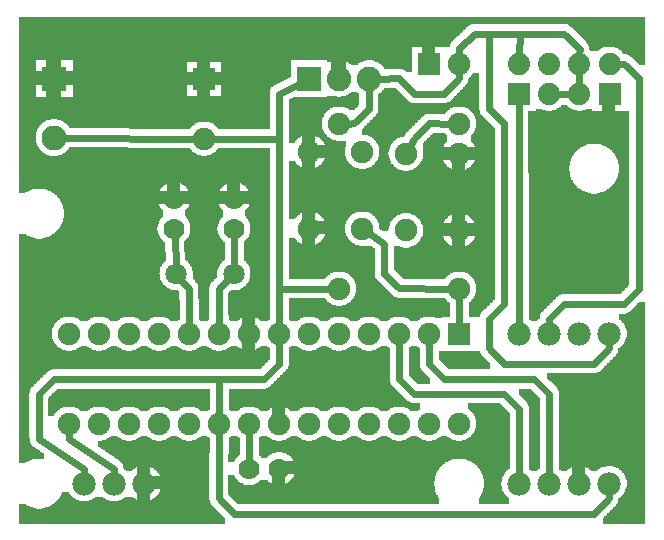
<source format=gbl>
G04 MADE WITH FRITZING*
G04 WWW.FRITZING.ORG*
G04 DOUBLE SIDED*
G04 HOLES PLATED*
G04 CONTOUR ON CENTER OF CONTOUR VECTOR*
%ASAXBY*%
%FSLAX23Y23*%
%MOIN*%
%OFA0B0*%
%SFA1.0B1.0*%
%ADD10C,0.075000*%
%ADD11C,0.074472*%
%ADD12C,0.070925*%
%ADD13C,0.070866*%
%ADD14C,0.070000*%
%ADD15C,0.082000*%
%ADD16C,0.078000*%
%ADD17C,0.083307*%
%ADD18R,0.074472X0.074108*%
%ADD19R,0.075000X0.075000*%
%ADD20R,0.082000X0.082000*%
%ADD21R,0.083307X0.083307*%
%ADD22C,0.024000*%
%LNCOPPER0*%
G90*
G70*
G54D10*
X1802Y1242D03*
X122Y1644D03*
X1018Y1146D03*
X2052Y539D03*
X1009Y547D03*
X1612Y386D03*
X544Y247D03*
G54D11*
X2007Y1475D03*
X2007Y1575D03*
X1906Y1475D03*
X1906Y1575D03*
X1805Y1475D03*
X1805Y1575D03*
X1705Y1475D03*
X1705Y1575D03*
G54D10*
X1505Y675D03*
X1505Y375D03*
X1405Y675D03*
X1405Y375D03*
X1305Y675D03*
X1305Y375D03*
X1205Y675D03*
X1205Y375D03*
X1105Y675D03*
X1105Y375D03*
X1005Y675D03*
X1005Y375D03*
X905Y675D03*
X905Y375D03*
X805Y675D03*
X805Y375D03*
X705Y675D03*
X705Y375D03*
X605Y675D03*
X605Y375D03*
X505Y675D03*
X505Y375D03*
X405Y675D03*
X405Y375D03*
X305Y675D03*
X305Y375D03*
X205Y675D03*
X205Y375D03*
G54D12*
X562Y875D03*
G54D13*
X755Y875D03*
G54D14*
X755Y1125D03*
X755Y1025D03*
X555Y1125D03*
X555Y1025D03*
G54D10*
X1105Y825D03*
X1505Y825D03*
X1183Y1281D03*
X1183Y1025D03*
X1005Y1281D03*
X1005Y1025D03*
G54D14*
X805Y225D03*
X905Y225D03*
G54D15*
X1005Y1525D03*
X1105Y1525D03*
X1205Y1525D03*
G54D10*
X655Y1525D03*
X655Y1325D03*
X1405Y1575D03*
X1505Y1575D03*
X1505Y1375D03*
X1105Y1375D03*
X1328Y1019D03*
X1328Y1275D03*
X1505Y1019D03*
X1505Y1275D03*
G54D16*
X255Y175D03*
X355Y175D03*
X455Y175D03*
X1705Y175D03*
X1805Y175D03*
X1905Y175D03*
X2005Y175D03*
X1705Y675D03*
X1805Y675D03*
X1905Y675D03*
X2005Y675D03*
G54D17*
X155Y1525D03*
X155Y1328D03*
G54D18*
X2007Y1475D03*
X1705Y1475D03*
G54D19*
X1505Y675D03*
G54D20*
X1005Y1525D03*
G54D19*
X655Y1525D03*
X1405Y1575D03*
G54D21*
X155Y1525D03*
G54D22*
X906Y575D02*
X905Y646D01*
D02*
X855Y524D02*
X906Y575D01*
D02*
X705Y524D02*
X855Y524D01*
D02*
X705Y404D02*
X705Y524D01*
D02*
X156Y524D02*
X705Y524D01*
D02*
X255Y225D02*
X105Y325D01*
D02*
X105Y475D02*
X156Y524D01*
D02*
X105Y325D02*
X105Y475D01*
D02*
X255Y205D02*
X255Y225D01*
D02*
X1855Y774D02*
X2056Y774D01*
D02*
X2105Y1526D02*
X2056Y1575D01*
D02*
X2105Y825D02*
X2105Y1526D01*
D02*
X2056Y774D02*
X2105Y825D01*
D02*
X2056Y1575D02*
X2038Y1575D01*
D02*
X1806Y725D02*
X1855Y774D01*
D02*
X1806Y705D02*
X1806Y725D01*
D02*
X1705Y1444D02*
X1705Y705D01*
D02*
X1406Y575D02*
X1405Y646D01*
D02*
X1456Y524D02*
X1406Y575D01*
D02*
X1806Y475D02*
X1755Y524D01*
D02*
X1755Y524D02*
X1456Y524D01*
D02*
X1805Y205D02*
X1806Y475D01*
D02*
X1306Y524D02*
X1306Y646D01*
D02*
X1355Y475D02*
X1306Y524D01*
D02*
X1706Y424D02*
X1656Y475D01*
D02*
X1656Y475D02*
X1355Y475D01*
D02*
X1706Y205D02*
X1706Y424D01*
D02*
X704Y126D02*
X705Y346D01*
D02*
X755Y75D02*
X704Y126D01*
D02*
X2005Y126D02*
X1956Y75D01*
D02*
X1956Y75D02*
X755Y75D01*
D02*
X2005Y145D02*
X2005Y126D01*
D02*
X1605Y626D02*
X1656Y575D01*
D02*
X1605Y725D02*
X1605Y626D01*
D02*
X1656Y774D02*
X1605Y725D01*
D02*
X2005Y626D02*
X2005Y645D01*
D02*
X1956Y575D02*
X2005Y626D01*
D02*
X1605Y1424D02*
X1656Y1376D01*
D02*
X1656Y1376D02*
X1656Y774D01*
D02*
X1656Y575D02*
X1956Y575D01*
D02*
X1605Y1674D02*
X1605Y1424D01*
D02*
X906Y774D02*
X906Y825D01*
D02*
X905Y704D02*
X906Y774D01*
D02*
X1605Y1674D02*
X1707Y1675D01*
D02*
X1557Y1675D02*
X1605Y1674D01*
D02*
X1707Y1675D02*
X1705Y1606D01*
D02*
X1505Y1626D02*
X1557Y1675D01*
D02*
X1855Y1675D02*
X1707Y1675D01*
D02*
X1505Y1604D02*
X1505Y1626D01*
D02*
X1907Y1624D02*
X1855Y1675D01*
D02*
X1906Y1606D02*
X1907Y1624D01*
D02*
X1204Y1424D02*
X1205Y1493D01*
D02*
X1156Y1376D02*
X1204Y1424D01*
D02*
X1134Y1375D02*
X1156Y1376D01*
D02*
X906Y1475D02*
X977Y1511D01*
D02*
X906Y1325D02*
X906Y1475D01*
D02*
X906Y825D02*
X906Y1325D01*
D02*
X906Y1325D02*
X684Y1325D01*
D02*
X1256Y975D02*
X1206Y1009D01*
D02*
X1256Y875D02*
X1256Y975D01*
D02*
X1305Y826D02*
X1256Y875D01*
D02*
X1477Y825D02*
X1305Y826D01*
D02*
X1406Y1376D02*
X1477Y1375D01*
D02*
X1355Y1325D02*
X1406Y1376D01*
D02*
X1342Y1300D02*
X1355Y1325D01*
D02*
X1505Y1526D02*
X1505Y1546D01*
D02*
X1456Y1475D02*
X1505Y1526D01*
D02*
X1356Y1475D02*
X1305Y1526D01*
D02*
X1305Y1526D02*
X1238Y1525D01*
D02*
X1456Y1475D02*
X1356Y1475D01*
D02*
X805Y251D02*
X805Y346D01*
D02*
X355Y225D02*
X205Y325D01*
D02*
X205Y325D02*
X205Y346D01*
D02*
X355Y205D02*
X355Y225D01*
D02*
X704Y825D02*
X736Y856D01*
D02*
X705Y704D02*
X704Y825D01*
D02*
X605Y825D02*
X580Y855D01*
D02*
X605Y704D02*
X605Y825D01*
D02*
X906Y825D02*
X1077Y825D01*
D02*
X1505Y796D02*
X1505Y704D01*
D02*
X557Y999D02*
X561Y902D01*
D02*
X755Y999D02*
X755Y902D01*
D02*
X627Y1325D02*
X188Y1328D01*
D02*
X1875Y1475D02*
X1837Y1475D01*
D02*
X1906Y1544D02*
X1906Y1506D01*
G36*
X1846Y1436D02*
X1846Y1434D01*
X1844Y1434D01*
X1844Y1432D01*
X1842Y1432D01*
X1842Y1430D01*
X1838Y1430D01*
X1838Y1428D01*
X1836Y1428D01*
X1836Y1426D01*
X1832Y1426D01*
X1832Y1424D01*
X1828Y1424D01*
X1828Y1422D01*
X1822Y1422D01*
X1822Y1420D01*
X1814Y1420D01*
X1814Y1418D01*
X1898Y1418D01*
X1898Y1420D01*
X1888Y1420D01*
X1888Y1422D01*
X1884Y1422D01*
X1884Y1424D01*
X1880Y1424D01*
X1880Y1426D01*
X1876Y1426D01*
X1876Y1428D01*
X1872Y1428D01*
X1872Y1430D01*
X1870Y1430D01*
X1870Y1432D01*
X1868Y1432D01*
X1868Y1434D01*
X1866Y1434D01*
X1866Y1436D01*
X1846Y1436D01*
G37*
D02*
G36*
X1762Y1424D02*
X1762Y1418D01*
X1796Y1418D01*
X1796Y1420D01*
X1788Y1420D01*
X1788Y1422D01*
X1782Y1422D01*
X1782Y1424D01*
X1762Y1424D01*
G37*
D02*
G36*
X1928Y1424D02*
X1928Y1422D01*
X1924Y1422D01*
X1924Y1420D01*
X1914Y1420D01*
X1914Y1418D01*
X1950Y1418D01*
X1950Y1424D01*
X1928Y1424D01*
G37*
D02*
G36*
X1736Y1418D02*
X1736Y1416D01*
X2072Y1416D01*
X2072Y1418D01*
X1736Y1418D01*
G37*
D02*
G36*
X1736Y1418D02*
X1736Y1416D01*
X2072Y1416D01*
X2072Y1418D01*
X1736Y1418D01*
G37*
D02*
G36*
X1736Y1418D02*
X1736Y1416D01*
X2072Y1416D01*
X2072Y1418D01*
X1736Y1418D01*
G37*
D02*
G36*
X1736Y1416D02*
X1736Y1308D01*
X1970Y1308D01*
X1970Y1306D01*
X1978Y1306D01*
X1978Y1304D01*
X1984Y1304D01*
X1984Y1302D01*
X1990Y1302D01*
X1990Y1300D01*
X1994Y1300D01*
X1994Y1298D01*
X1998Y1298D01*
X1998Y1296D01*
X2000Y1296D01*
X2000Y1294D01*
X2004Y1294D01*
X2004Y1292D01*
X2006Y1292D01*
X2006Y1290D01*
X2008Y1290D01*
X2008Y1288D01*
X2010Y1288D01*
X2010Y1286D01*
X2014Y1286D01*
X2014Y1284D01*
X2016Y1284D01*
X2016Y1280D01*
X2018Y1280D01*
X2018Y1278D01*
X2020Y1278D01*
X2020Y1276D01*
X2022Y1276D01*
X2022Y1274D01*
X2024Y1274D01*
X2024Y1270D01*
X2026Y1270D01*
X2026Y1268D01*
X2028Y1268D01*
X2028Y1264D01*
X2030Y1264D01*
X2030Y1260D01*
X2032Y1260D01*
X2032Y1254D01*
X2034Y1254D01*
X2034Y1248D01*
X2036Y1248D01*
X2036Y1240D01*
X2038Y1240D01*
X2038Y1212D01*
X2036Y1212D01*
X2036Y1202D01*
X2034Y1202D01*
X2034Y1196D01*
X2032Y1196D01*
X2032Y1192D01*
X2030Y1192D01*
X2030Y1188D01*
X2028Y1188D01*
X2028Y1184D01*
X2026Y1184D01*
X2026Y1180D01*
X2024Y1180D01*
X2024Y1178D01*
X2022Y1178D01*
X2022Y1174D01*
X2020Y1174D01*
X2020Y1172D01*
X2018Y1172D01*
X2018Y1170D01*
X2016Y1170D01*
X2016Y1168D01*
X2014Y1168D01*
X2014Y1166D01*
X2012Y1166D01*
X2012Y1164D01*
X2010Y1164D01*
X2010Y1162D01*
X2008Y1162D01*
X2008Y1160D01*
X2004Y1160D01*
X2004Y1158D01*
X2002Y1158D01*
X2002Y1156D01*
X2000Y1156D01*
X2000Y1154D01*
X1996Y1154D01*
X1996Y1152D01*
X1992Y1152D01*
X1992Y1150D01*
X1988Y1150D01*
X1988Y1148D01*
X1982Y1148D01*
X1982Y1146D01*
X1976Y1146D01*
X1976Y1144D01*
X1964Y1144D01*
X1964Y1142D01*
X2072Y1142D01*
X2072Y1416D01*
X1736Y1416D01*
G37*
D02*
G36*
X1736Y1308D02*
X1736Y1212D01*
X1738Y1212D01*
X1738Y1142D01*
X1946Y1142D01*
X1946Y1144D01*
X1936Y1144D01*
X1936Y1146D01*
X1928Y1146D01*
X1928Y1148D01*
X1924Y1148D01*
X1924Y1150D01*
X1918Y1150D01*
X1918Y1152D01*
X1916Y1152D01*
X1916Y1154D01*
X1912Y1154D01*
X1912Y1156D01*
X1908Y1156D01*
X1908Y1158D01*
X1906Y1158D01*
X1906Y1160D01*
X1904Y1160D01*
X1904Y1162D01*
X1900Y1162D01*
X1900Y1164D01*
X1898Y1164D01*
X1898Y1166D01*
X1896Y1166D01*
X1896Y1168D01*
X1894Y1168D01*
X1894Y1170D01*
X1892Y1170D01*
X1892Y1174D01*
X1890Y1174D01*
X1890Y1176D01*
X1888Y1176D01*
X1888Y1178D01*
X1886Y1178D01*
X1886Y1182D01*
X1884Y1182D01*
X1884Y1186D01*
X1882Y1186D01*
X1882Y1188D01*
X1880Y1188D01*
X1880Y1194D01*
X1878Y1194D01*
X1878Y1198D01*
X1876Y1198D01*
X1876Y1206D01*
X1874Y1206D01*
X1874Y1216D01*
X1872Y1216D01*
X1872Y1234D01*
X1874Y1234D01*
X1874Y1246D01*
X1876Y1246D01*
X1876Y1252D01*
X1878Y1252D01*
X1878Y1258D01*
X1880Y1258D01*
X1880Y1262D01*
X1882Y1262D01*
X1882Y1266D01*
X1884Y1266D01*
X1884Y1270D01*
X1886Y1270D01*
X1886Y1272D01*
X1888Y1272D01*
X1888Y1274D01*
X1890Y1274D01*
X1890Y1278D01*
X1892Y1278D01*
X1892Y1280D01*
X1894Y1280D01*
X1894Y1282D01*
X1896Y1282D01*
X1896Y1284D01*
X1898Y1284D01*
X1898Y1286D01*
X1900Y1286D01*
X1900Y1288D01*
X1902Y1288D01*
X1902Y1290D01*
X1904Y1290D01*
X1904Y1292D01*
X1908Y1292D01*
X1908Y1294D01*
X1910Y1294D01*
X1910Y1296D01*
X1914Y1296D01*
X1914Y1298D01*
X1918Y1298D01*
X1918Y1300D01*
X1922Y1300D01*
X1922Y1302D01*
X1926Y1302D01*
X1926Y1304D01*
X1932Y1304D01*
X1932Y1306D01*
X1942Y1306D01*
X1942Y1308D01*
X1736Y1308D01*
G37*
D02*
G36*
X1738Y1142D02*
X1738Y1140D01*
X2072Y1140D01*
X2072Y1142D01*
X1738Y1142D01*
G37*
D02*
G36*
X1738Y1142D02*
X1738Y1140D01*
X2072Y1140D01*
X2072Y1142D01*
X1738Y1142D01*
G37*
D02*
G36*
X1738Y1140D02*
X1738Y724D01*
X1740Y724D01*
X1740Y722D01*
X1742Y722D01*
X1742Y720D01*
X1744Y720D01*
X1744Y718D01*
X1766Y718D01*
X1766Y720D01*
X1768Y720D01*
X1768Y722D01*
X1770Y722D01*
X1770Y724D01*
X1774Y724D01*
X1774Y734D01*
X1776Y734D01*
X1776Y740D01*
X1778Y740D01*
X1778Y742D01*
X1780Y742D01*
X1780Y746D01*
X1782Y746D01*
X1782Y748D01*
X1784Y748D01*
X1784Y750D01*
X1786Y750D01*
X1786Y752D01*
X1788Y752D01*
X1788Y754D01*
X1790Y754D01*
X1790Y756D01*
X1792Y756D01*
X1792Y758D01*
X1794Y758D01*
X1794Y760D01*
X1796Y760D01*
X1796Y762D01*
X1798Y762D01*
X1798Y764D01*
X1800Y764D01*
X1800Y766D01*
X1802Y766D01*
X1802Y768D01*
X1804Y768D01*
X1804Y770D01*
X1806Y770D01*
X1806Y772D01*
X1808Y772D01*
X1808Y774D01*
X1810Y774D01*
X1810Y776D01*
X1812Y776D01*
X1812Y778D01*
X1814Y778D01*
X1814Y780D01*
X1816Y780D01*
X1816Y782D01*
X1818Y782D01*
X1818Y784D01*
X1820Y784D01*
X1820Y786D01*
X1822Y786D01*
X1822Y788D01*
X1824Y788D01*
X1824Y790D01*
X1826Y790D01*
X1826Y792D01*
X1828Y792D01*
X1828Y794D01*
X1830Y794D01*
X1830Y796D01*
X1832Y796D01*
X1832Y798D01*
X1834Y798D01*
X1834Y800D01*
X1838Y800D01*
X1838Y802D01*
X1840Y802D01*
X1840Y804D01*
X1846Y804D01*
X1846Y806D01*
X2042Y806D01*
X2042Y808D01*
X2044Y808D01*
X2044Y810D01*
X2046Y810D01*
X2046Y812D01*
X2048Y812D01*
X2048Y814D01*
X2050Y814D01*
X2050Y816D01*
X2052Y816D01*
X2052Y818D01*
X2054Y818D01*
X2054Y820D01*
X2056Y820D01*
X2056Y822D01*
X2058Y822D01*
X2058Y824D01*
X2060Y824D01*
X2060Y826D01*
X2062Y826D01*
X2062Y828D01*
X2064Y828D01*
X2064Y830D01*
X2066Y830D01*
X2066Y832D01*
X2068Y832D01*
X2068Y834D01*
X2070Y834D01*
X2070Y836D01*
X2072Y836D01*
X2072Y1140D01*
X1738Y1140D01*
G37*
D02*
G36*
X40Y1732D02*
X40Y1708D01*
X1860Y1708D01*
X1860Y1706D01*
X1868Y1706D01*
X1868Y1704D01*
X1872Y1704D01*
X1872Y1702D01*
X1874Y1702D01*
X1874Y1700D01*
X1876Y1700D01*
X1876Y1698D01*
X1880Y1698D01*
X1880Y1696D01*
X1882Y1696D01*
X1882Y1694D01*
X1884Y1694D01*
X1884Y1692D01*
X1886Y1692D01*
X1886Y1690D01*
X1888Y1690D01*
X1888Y1688D01*
X1890Y1688D01*
X1890Y1686D01*
X1892Y1686D01*
X1892Y1684D01*
X1894Y1684D01*
X1894Y1682D01*
X1896Y1682D01*
X1896Y1680D01*
X1898Y1680D01*
X1898Y1678D01*
X1900Y1678D01*
X1900Y1676D01*
X1902Y1676D01*
X1902Y1674D01*
X1904Y1674D01*
X1904Y1672D01*
X1906Y1672D01*
X1906Y1670D01*
X1908Y1670D01*
X1908Y1668D01*
X1910Y1668D01*
X1910Y1666D01*
X1912Y1666D01*
X1912Y1664D01*
X1914Y1664D01*
X1914Y1662D01*
X1916Y1662D01*
X1916Y1660D01*
X1918Y1660D01*
X1918Y1658D01*
X1920Y1658D01*
X1920Y1656D01*
X1922Y1656D01*
X1922Y1654D01*
X1924Y1654D01*
X1924Y1652D01*
X1926Y1652D01*
X1926Y1650D01*
X1928Y1650D01*
X1928Y1648D01*
X1930Y1648D01*
X1930Y1644D01*
X1932Y1644D01*
X1932Y1642D01*
X1934Y1642D01*
X1934Y1638D01*
X1936Y1638D01*
X1936Y1634D01*
X1938Y1634D01*
X1938Y1632D01*
X2020Y1632D01*
X2020Y1630D01*
X2026Y1630D01*
X2026Y1628D01*
X2032Y1628D01*
X2032Y1626D01*
X2036Y1626D01*
X2036Y1624D01*
X2038Y1624D01*
X2038Y1622D01*
X2040Y1622D01*
X2040Y1620D01*
X2044Y1620D01*
X2044Y1618D01*
X2046Y1618D01*
X2046Y1616D01*
X2048Y1616D01*
X2048Y1614D01*
X2050Y1614D01*
X2050Y1612D01*
X2052Y1612D01*
X2052Y1608D01*
X2056Y1608D01*
X2056Y1606D01*
X2066Y1606D01*
X2066Y1604D01*
X2072Y1604D01*
X2072Y1602D01*
X2074Y1602D01*
X2074Y1600D01*
X2076Y1600D01*
X2076Y1598D01*
X2080Y1598D01*
X2080Y1596D01*
X2082Y1596D01*
X2082Y1594D01*
X2084Y1594D01*
X2084Y1592D01*
X2086Y1592D01*
X2086Y1590D01*
X2088Y1590D01*
X2088Y1588D01*
X2090Y1588D01*
X2090Y1586D01*
X2092Y1586D01*
X2092Y1584D01*
X2094Y1584D01*
X2094Y1582D01*
X2096Y1582D01*
X2096Y1580D01*
X2098Y1580D01*
X2098Y1578D01*
X2100Y1578D01*
X2100Y1576D01*
X2102Y1576D01*
X2102Y1574D01*
X2104Y1574D01*
X2104Y1572D01*
X2124Y1572D01*
X2124Y1732D01*
X40Y1732D01*
G37*
D02*
G36*
X40Y1708D02*
X40Y1588D01*
X216Y1588D01*
X216Y1586D01*
X1218Y1586D01*
X1218Y1584D01*
X1226Y1584D01*
X1226Y1582D01*
X1230Y1582D01*
X1230Y1580D01*
X1234Y1580D01*
X1234Y1578D01*
X1238Y1578D01*
X1238Y1576D01*
X1240Y1576D01*
X1240Y1574D01*
X1244Y1574D01*
X1244Y1572D01*
X1246Y1572D01*
X1246Y1570D01*
X1248Y1570D01*
X1248Y1568D01*
X1250Y1568D01*
X1250Y1566D01*
X1252Y1566D01*
X1252Y1564D01*
X1254Y1564D01*
X1254Y1560D01*
X1256Y1560D01*
X1256Y1558D01*
X1314Y1558D01*
X1314Y1556D01*
X1320Y1556D01*
X1320Y1554D01*
X1324Y1554D01*
X1324Y1552D01*
X1326Y1552D01*
X1326Y1550D01*
X1328Y1550D01*
X1328Y1548D01*
X1348Y1548D01*
X1348Y1632D01*
X1474Y1632D01*
X1474Y1638D01*
X1476Y1638D01*
X1476Y1642D01*
X1478Y1642D01*
X1478Y1646D01*
X1480Y1646D01*
X1480Y1648D01*
X1482Y1648D01*
X1482Y1650D01*
X1484Y1650D01*
X1484Y1652D01*
X1486Y1652D01*
X1486Y1654D01*
X1488Y1654D01*
X1488Y1656D01*
X1490Y1656D01*
X1490Y1658D01*
X1492Y1658D01*
X1492Y1660D01*
X1494Y1660D01*
X1494Y1662D01*
X1496Y1662D01*
X1496Y1664D01*
X1500Y1664D01*
X1500Y1666D01*
X1502Y1666D01*
X1502Y1668D01*
X1504Y1668D01*
X1504Y1670D01*
X1506Y1670D01*
X1506Y1672D01*
X1508Y1672D01*
X1508Y1674D01*
X1510Y1674D01*
X1510Y1676D01*
X1512Y1676D01*
X1512Y1678D01*
X1514Y1678D01*
X1514Y1680D01*
X1516Y1680D01*
X1516Y1682D01*
X1518Y1682D01*
X1518Y1684D01*
X1520Y1684D01*
X1520Y1686D01*
X1522Y1686D01*
X1522Y1688D01*
X1524Y1688D01*
X1524Y1690D01*
X1526Y1690D01*
X1526Y1692D01*
X1528Y1692D01*
X1528Y1694D01*
X1530Y1694D01*
X1530Y1696D01*
X1532Y1696D01*
X1532Y1698D01*
X1536Y1698D01*
X1536Y1700D01*
X1538Y1700D01*
X1538Y1702D01*
X1540Y1702D01*
X1540Y1704D01*
X1544Y1704D01*
X1544Y1706D01*
X1552Y1706D01*
X1552Y1708D01*
X40Y1708D01*
G37*
D02*
G36*
X1578Y1708D02*
X1578Y1706D01*
X1654Y1706D01*
X1654Y1708D01*
X1578Y1708D01*
G37*
D02*
G36*
X1938Y1632D02*
X1938Y1622D01*
X1940Y1622D01*
X1940Y1620D01*
X1942Y1620D01*
X1942Y1618D01*
X1946Y1618D01*
X1946Y1616D01*
X1968Y1616D01*
X1968Y1618D01*
X1970Y1618D01*
X1970Y1620D01*
X1972Y1620D01*
X1972Y1622D01*
X1976Y1622D01*
X1976Y1624D01*
X1978Y1624D01*
X1978Y1626D01*
X1982Y1626D01*
X1982Y1628D01*
X1986Y1628D01*
X1986Y1630D01*
X1994Y1630D01*
X1994Y1632D01*
X1938Y1632D01*
G37*
D02*
G36*
X40Y1588D02*
X40Y1464D01*
X94Y1464D01*
X94Y1588D01*
X40Y1588D01*
G37*
D02*
G36*
X218Y1586D02*
X218Y1582D01*
X712Y1582D01*
X712Y1468D01*
X874Y1468D01*
X874Y1484D01*
X876Y1484D01*
X876Y1490D01*
X878Y1490D01*
X878Y1494D01*
X880Y1494D01*
X880Y1496D01*
X882Y1496D01*
X882Y1498D01*
X884Y1498D01*
X884Y1500D01*
X886Y1500D01*
X886Y1502D01*
X890Y1502D01*
X890Y1504D01*
X894Y1504D01*
X894Y1506D01*
X898Y1506D01*
X898Y1508D01*
X902Y1508D01*
X902Y1510D01*
X906Y1510D01*
X906Y1512D01*
X910Y1512D01*
X910Y1514D01*
X914Y1514D01*
X914Y1516D01*
X918Y1516D01*
X918Y1518D01*
X922Y1518D01*
X922Y1520D01*
X926Y1520D01*
X926Y1522D01*
X930Y1522D01*
X930Y1524D01*
X934Y1524D01*
X934Y1526D01*
X938Y1526D01*
X938Y1528D01*
X942Y1528D01*
X942Y1530D01*
X944Y1530D01*
X944Y1586D01*
X218Y1586D01*
G37*
D02*
G36*
X1066Y1586D02*
X1066Y1582D01*
X1086Y1582D01*
X1086Y1584D01*
X1094Y1584D01*
X1094Y1586D01*
X1066Y1586D01*
G37*
D02*
G36*
X1118Y1586D02*
X1118Y1584D01*
X1126Y1584D01*
X1126Y1582D01*
X1130Y1582D01*
X1130Y1580D01*
X1134Y1580D01*
X1134Y1578D01*
X1138Y1578D01*
X1138Y1576D01*
X1140Y1576D01*
X1140Y1574D01*
X1144Y1574D01*
X1144Y1572D01*
X1146Y1572D01*
X1146Y1570D01*
X1166Y1570D01*
X1166Y1572D01*
X1168Y1572D01*
X1168Y1574D01*
X1170Y1574D01*
X1170Y1576D01*
X1174Y1576D01*
X1174Y1578D01*
X1176Y1578D01*
X1176Y1580D01*
X1180Y1580D01*
X1180Y1582D01*
X1186Y1582D01*
X1186Y1584D01*
X1194Y1584D01*
X1194Y1586D01*
X1118Y1586D01*
G37*
D02*
G36*
X218Y1582D02*
X218Y1468D01*
X598Y1468D01*
X598Y1582D01*
X218Y1582D01*
G37*
D02*
G36*
X218Y1468D02*
X218Y1466D01*
X874Y1466D01*
X874Y1468D01*
X218Y1468D01*
G37*
D02*
G36*
X218Y1468D02*
X218Y1466D01*
X874Y1466D01*
X874Y1468D01*
X218Y1468D01*
G37*
D02*
G36*
X218Y1466D02*
X218Y1464D01*
X874Y1464D01*
X874Y1466D01*
X218Y1466D01*
G37*
D02*
G36*
X40Y1464D02*
X40Y1462D01*
X874Y1462D01*
X874Y1464D01*
X40Y1464D01*
G37*
D02*
G36*
X40Y1464D02*
X40Y1462D01*
X874Y1462D01*
X874Y1464D01*
X40Y1464D01*
G37*
D02*
G36*
X40Y1462D02*
X40Y1390D01*
X166Y1390D01*
X166Y1388D01*
X174Y1388D01*
X174Y1386D01*
X180Y1386D01*
X180Y1384D01*
X184Y1384D01*
X184Y1382D01*
X670Y1382D01*
X670Y1380D01*
X676Y1380D01*
X676Y1378D01*
X680Y1378D01*
X680Y1376D01*
X684Y1376D01*
X684Y1374D01*
X688Y1374D01*
X688Y1372D01*
X690Y1372D01*
X690Y1370D01*
X692Y1370D01*
X692Y1368D01*
X694Y1368D01*
X694Y1366D01*
X696Y1366D01*
X696Y1364D01*
X698Y1364D01*
X698Y1362D01*
X700Y1362D01*
X700Y1360D01*
X702Y1360D01*
X702Y1358D01*
X874Y1358D01*
X874Y1462D01*
X40Y1462D01*
G37*
D02*
G36*
X40Y1390D02*
X40Y1266D01*
X154Y1266D01*
X154Y1268D01*
X140Y1268D01*
X140Y1270D01*
X134Y1270D01*
X134Y1272D01*
X128Y1272D01*
X128Y1274D01*
X126Y1274D01*
X126Y1276D01*
X122Y1276D01*
X122Y1278D01*
X120Y1278D01*
X120Y1280D01*
X116Y1280D01*
X116Y1282D01*
X114Y1282D01*
X114Y1284D01*
X112Y1284D01*
X112Y1286D01*
X110Y1286D01*
X110Y1288D01*
X108Y1288D01*
X108Y1290D01*
X106Y1290D01*
X106Y1294D01*
X104Y1294D01*
X104Y1296D01*
X102Y1296D01*
X102Y1300D01*
X100Y1300D01*
X100Y1304D01*
X98Y1304D01*
X98Y1310D01*
X96Y1310D01*
X96Y1318D01*
X94Y1318D01*
X94Y1340D01*
X96Y1340D01*
X96Y1348D01*
X98Y1348D01*
X98Y1354D01*
X100Y1354D01*
X100Y1358D01*
X102Y1358D01*
X102Y1360D01*
X104Y1360D01*
X104Y1364D01*
X106Y1364D01*
X106Y1366D01*
X108Y1366D01*
X108Y1368D01*
X110Y1368D01*
X110Y1372D01*
X112Y1372D01*
X112Y1374D01*
X116Y1374D01*
X116Y1376D01*
X118Y1376D01*
X118Y1378D01*
X120Y1378D01*
X120Y1380D01*
X124Y1380D01*
X124Y1382D01*
X126Y1382D01*
X126Y1384D01*
X130Y1384D01*
X130Y1386D01*
X136Y1386D01*
X136Y1388D01*
X144Y1388D01*
X144Y1390D01*
X40Y1390D01*
G37*
D02*
G36*
X188Y1382D02*
X188Y1380D01*
X190Y1380D01*
X190Y1378D01*
X194Y1378D01*
X194Y1376D01*
X196Y1376D01*
X196Y1374D01*
X198Y1374D01*
X198Y1372D01*
X200Y1372D01*
X200Y1370D01*
X202Y1370D01*
X202Y1368D01*
X204Y1368D01*
X204Y1364D01*
X206Y1364D01*
X206Y1362D01*
X208Y1362D01*
X208Y1360D01*
X404Y1360D01*
X404Y1358D01*
X610Y1358D01*
X610Y1362D01*
X612Y1362D01*
X612Y1364D01*
X614Y1364D01*
X614Y1366D01*
X616Y1366D01*
X616Y1368D01*
X618Y1368D01*
X618Y1370D01*
X620Y1370D01*
X620Y1372D01*
X624Y1372D01*
X624Y1374D01*
X626Y1374D01*
X626Y1376D01*
X630Y1376D01*
X630Y1378D01*
X634Y1378D01*
X634Y1380D01*
X642Y1380D01*
X642Y1382D01*
X188Y1382D01*
G37*
D02*
G36*
X206Y1296D02*
X206Y1292D01*
X204Y1292D01*
X204Y1290D01*
X202Y1290D01*
X202Y1288D01*
X200Y1288D01*
X200Y1286D01*
X198Y1286D01*
X198Y1284D01*
X196Y1284D01*
X196Y1282D01*
X194Y1282D01*
X194Y1280D01*
X192Y1280D01*
X192Y1278D01*
X188Y1278D01*
X188Y1276D01*
X186Y1276D01*
X186Y1274D01*
X182Y1274D01*
X182Y1272D01*
X178Y1272D01*
X178Y1270D01*
X170Y1270D01*
X170Y1268D01*
X646Y1268D01*
X646Y1270D01*
X638Y1270D01*
X638Y1272D01*
X632Y1272D01*
X632Y1274D01*
X628Y1274D01*
X628Y1276D01*
X624Y1276D01*
X624Y1278D01*
X622Y1278D01*
X622Y1280D01*
X620Y1280D01*
X620Y1282D01*
X616Y1282D01*
X616Y1284D01*
X614Y1284D01*
X614Y1286D01*
X612Y1286D01*
X612Y1290D01*
X610Y1290D01*
X610Y1292D01*
X608Y1292D01*
X608Y1294D01*
X402Y1294D01*
X402Y1296D01*
X206Y1296D01*
G37*
D02*
G36*
X702Y1294D02*
X702Y1290D01*
X700Y1290D01*
X700Y1288D01*
X698Y1288D01*
X698Y1286D01*
X696Y1286D01*
X696Y1284D01*
X694Y1284D01*
X694Y1282D01*
X692Y1282D01*
X692Y1280D01*
X688Y1280D01*
X688Y1278D01*
X686Y1278D01*
X686Y1276D01*
X682Y1276D01*
X682Y1274D01*
X678Y1274D01*
X678Y1272D01*
X674Y1272D01*
X674Y1270D01*
X666Y1270D01*
X666Y1268D01*
X874Y1268D01*
X874Y1294D01*
X702Y1294D01*
G37*
D02*
G36*
X156Y1268D02*
X156Y1266D01*
X874Y1266D01*
X874Y1268D01*
X156Y1268D01*
G37*
D02*
G36*
X156Y1268D02*
X156Y1266D01*
X874Y1266D01*
X874Y1268D01*
X156Y1268D01*
G37*
D02*
G36*
X40Y1266D02*
X40Y1264D01*
X874Y1264D01*
X874Y1266D01*
X40Y1266D01*
G37*
D02*
G36*
X40Y1266D02*
X40Y1264D01*
X874Y1264D01*
X874Y1266D01*
X40Y1266D01*
G37*
D02*
G36*
X40Y1264D02*
X40Y1180D01*
X768Y1180D01*
X768Y1178D01*
X774Y1178D01*
X774Y1176D01*
X778Y1176D01*
X778Y1174D01*
X782Y1174D01*
X782Y1172D01*
X786Y1172D01*
X786Y1170D01*
X788Y1170D01*
X788Y1168D01*
X790Y1168D01*
X790Y1166D01*
X794Y1166D01*
X794Y1164D01*
X796Y1164D01*
X796Y1160D01*
X798Y1160D01*
X798Y1158D01*
X800Y1158D01*
X800Y1156D01*
X802Y1156D01*
X802Y1152D01*
X804Y1152D01*
X804Y1148D01*
X806Y1148D01*
X806Y1144D01*
X808Y1144D01*
X808Y1136D01*
X810Y1136D01*
X810Y1114D01*
X808Y1114D01*
X808Y1106D01*
X806Y1106D01*
X806Y1102D01*
X804Y1102D01*
X804Y1098D01*
X802Y1098D01*
X802Y1094D01*
X800Y1094D01*
X800Y1092D01*
X798Y1092D01*
X798Y1090D01*
X796Y1090D01*
X796Y1088D01*
X794Y1088D01*
X794Y1086D01*
X792Y1086D01*
X792Y1066D01*
X794Y1066D01*
X794Y1064D01*
X796Y1064D01*
X796Y1060D01*
X798Y1060D01*
X798Y1058D01*
X800Y1058D01*
X800Y1056D01*
X802Y1056D01*
X802Y1052D01*
X804Y1052D01*
X804Y1048D01*
X806Y1048D01*
X806Y1044D01*
X808Y1044D01*
X808Y1036D01*
X810Y1036D01*
X810Y1014D01*
X808Y1014D01*
X808Y1006D01*
X806Y1006D01*
X806Y1002D01*
X804Y1002D01*
X804Y998D01*
X802Y998D01*
X802Y994D01*
X800Y994D01*
X800Y992D01*
X798Y992D01*
X798Y990D01*
X796Y990D01*
X796Y988D01*
X794Y988D01*
X794Y986D01*
X792Y986D01*
X792Y984D01*
X790Y984D01*
X790Y982D01*
X788Y982D01*
X788Y920D01*
X790Y920D01*
X790Y918D01*
X792Y918D01*
X792Y916D01*
X794Y916D01*
X794Y914D01*
X796Y914D01*
X796Y912D01*
X798Y912D01*
X798Y910D01*
X800Y910D01*
X800Y906D01*
X802Y906D01*
X802Y904D01*
X804Y904D01*
X804Y900D01*
X806Y900D01*
X806Y896D01*
X808Y896D01*
X808Y888D01*
X810Y888D01*
X810Y862D01*
X808Y862D01*
X808Y856D01*
X806Y856D01*
X806Y852D01*
X804Y852D01*
X804Y848D01*
X802Y848D01*
X802Y844D01*
X800Y844D01*
X800Y842D01*
X798Y842D01*
X798Y840D01*
X796Y840D01*
X796Y836D01*
X794Y836D01*
X794Y834D01*
X790Y834D01*
X790Y832D01*
X788Y832D01*
X788Y830D01*
X786Y830D01*
X786Y828D01*
X782Y828D01*
X782Y826D01*
X778Y826D01*
X778Y824D01*
X774Y824D01*
X774Y822D01*
X766Y822D01*
X766Y820D01*
X744Y820D01*
X744Y818D01*
X742Y818D01*
X742Y816D01*
X740Y816D01*
X740Y814D01*
X738Y814D01*
X738Y812D01*
X736Y812D01*
X736Y738D01*
X738Y738D01*
X738Y732D01*
X820Y732D01*
X820Y730D01*
X826Y730D01*
X826Y728D01*
X830Y728D01*
X830Y726D01*
X834Y726D01*
X834Y724D01*
X838Y724D01*
X838Y722D01*
X840Y722D01*
X840Y720D01*
X842Y720D01*
X842Y718D01*
X844Y718D01*
X844Y716D01*
X866Y716D01*
X866Y718D01*
X868Y718D01*
X868Y720D01*
X870Y720D01*
X870Y722D01*
X874Y722D01*
X874Y1264D01*
X40Y1264D01*
G37*
D02*
G36*
X40Y1180D02*
X40Y1158D01*
X120Y1158D01*
X120Y1156D01*
X128Y1156D01*
X128Y1154D01*
X134Y1154D01*
X134Y1152D01*
X140Y1152D01*
X140Y1150D01*
X144Y1150D01*
X144Y1148D01*
X148Y1148D01*
X148Y1146D01*
X150Y1146D01*
X150Y1144D01*
X154Y1144D01*
X154Y1142D01*
X156Y1142D01*
X156Y1140D01*
X158Y1140D01*
X158Y1138D01*
X160Y1138D01*
X160Y1136D01*
X164Y1136D01*
X164Y1134D01*
X166Y1134D01*
X166Y1130D01*
X168Y1130D01*
X168Y1128D01*
X170Y1128D01*
X170Y1126D01*
X172Y1126D01*
X172Y1124D01*
X174Y1124D01*
X174Y1120D01*
X176Y1120D01*
X176Y1118D01*
X178Y1118D01*
X178Y1114D01*
X180Y1114D01*
X180Y1110D01*
X182Y1110D01*
X182Y1104D01*
X184Y1104D01*
X184Y1098D01*
X186Y1098D01*
X186Y1090D01*
X188Y1090D01*
X188Y1062D01*
X186Y1062D01*
X186Y1052D01*
X184Y1052D01*
X184Y1046D01*
X182Y1046D01*
X182Y1042D01*
X180Y1042D01*
X180Y1038D01*
X178Y1038D01*
X178Y1034D01*
X176Y1034D01*
X176Y1030D01*
X174Y1030D01*
X174Y1028D01*
X172Y1028D01*
X172Y1024D01*
X170Y1024D01*
X170Y1022D01*
X168Y1022D01*
X168Y1020D01*
X166Y1020D01*
X166Y1018D01*
X164Y1018D01*
X164Y1016D01*
X162Y1016D01*
X162Y1014D01*
X160Y1014D01*
X160Y1012D01*
X158Y1012D01*
X158Y1010D01*
X154Y1010D01*
X154Y1008D01*
X152Y1008D01*
X152Y1006D01*
X150Y1006D01*
X150Y1004D01*
X146Y1004D01*
X146Y1002D01*
X142Y1002D01*
X142Y1000D01*
X138Y1000D01*
X138Y998D01*
X132Y998D01*
X132Y996D01*
X126Y996D01*
X126Y994D01*
X114Y994D01*
X114Y992D01*
X512Y992D01*
X512Y994D01*
X510Y994D01*
X510Y996D01*
X508Y996D01*
X508Y1000D01*
X506Y1000D01*
X506Y1004D01*
X504Y1004D01*
X504Y1008D01*
X502Y1008D01*
X502Y1018D01*
X500Y1018D01*
X500Y1032D01*
X502Y1032D01*
X502Y1042D01*
X504Y1042D01*
X504Y1048D01*
X506Y1048D01*
X506Y1050D01*
X508Y1050D01*
X508Y1054D01*
X510Y1054D01*
X510Y1058D01*
X512Y1058D01*
X512Y1060D01*
X514Y1060D01*
X514Y1062D01*
X516Y1062D01*
X516Y1064D01*
X518Y1064D01*
X518Y1086D01*
X516Y1086D01*
X516Y1088D01*
X514Y1088D01*
X514Y1090D01*
X512Y1090D01*
X512Y1094D01*
X510Y1094D01*
X510Y1096D01*
X508Y1096D01*
X508Y1100D01*
X506Y1100D01*
X506Y1104D01*
X504Y1104D01*
X504Y1110D01*
X502Y1110D01*
X502Y1118D01*
X500Y1118D01*
X500Y1132D01*
X502Y1132D01*
X502Y1142D01*
X504Y1142D01*
X504Y1148D01*
X506Y1148D01*
X506Y1150D01*
X508Y1150D01*
X508Y1154D01*
X510Y1154D01*
X510Y1158D01*
X512Y1158D01*
X512Y1160D01*
X514Y1160D01*
X514Y1162D01*
X516Y1162D01*
X516Y1164D01*
X518Y1164D01*
X518Y1166D01*
X520Y1166D01*
X520Y1168D01*
X522Y1168D01*
X522Y1170D01*
X524Y1170D01*
X524Y1172D01*
X528Y1172D01*
X528Y1174D01*
X532Y1174D01*
X532Y1176D01*
X536Y1176D01*
X536Y1178D01*
X544Y1178D01*
X544Y1180D01*
X40Y1180D01*
G37*
D02*
G36*
X568Y1180D02*
X568Y1178D01*
X574Y1178D01*
X574Y1176D01*
X578Y1176D01*
X578Y1174D01*
X582Y1174D01*
X582Y1172D01*
X586Y1172D01*
X586Y1170D01*
X588Y1170D01*
X588Y1168D01*
X590Y1168D01*
X590Y1166D01*
X594Y1166D01*
X594Y1164D01*
X596Y1164D01*
X596Y1160D01*
X598Y1160D01*
X598Y1158D01*
X600Y1158D01*
X600Y1156D01*
X602Y1156D01*
X602Y1152D01*
X604Y1152D01*
X604Y1148D01*
X606Y1148D01*
X606Y1144D01*
X608Y1144D01*
X608Y1136D01*
X610Y1136D01*
X610Y1114D01*
X608Y1114D01*
X608Y1106D01*
X606Y1106D01*
X606Y1102D01*
X604Y1102D01*
X604Y1098D01*
X602Y1098D01*
X602Y1094D01*
X600Y1094D01*
X600Y1092D01*
X598Y1092D01*
X598Y1090D01*
X596Y1090D01*
X596Y1088D01*
X594Y1088D01*
X594Y1086D01*
X592Y1086D01*
X592Y1066D01*
X594Y1066D01*
X594Y1064D01*
X596Y1064D01*
X596Y1060D01*
X598Y1060D01*
X598Y1058D01*
X600Y1058D01*
X600Y1056D01*
X602Y1056D01*
X602Y1052D01*
X604Y1052D01*
X604Y1048D01*
X606Y1048D01*
X606Y1044D01*
X608Y1044D01*
X608Y1036D01*
X610Y1036D01*
X610Y1014D01*
X608Y1014D01*
X608Y1006D01*
X606Y1006D01*
X606Y1002D01*
X604Y1002D01*
X604Y998D01*
X602Y998D01*
X602Y994D01*
X600Y994D01*
X600Y992D01*
X598Y992D01*
X598Y990D01*
X596Y990D01*
X596Y988D01*
X594Y988D01*
X594Y986D01*
X592Y986D01*
X592Y984D01*
X590Y984D01*
X590Y948D01*
X592Y948D01*
X592Y922D01*
X594Y922D01*
X594Y920D01*
X596Y920D01*
X596Y918D01*
X598Y918D01*
X598Y916D01*
X602Y916D01*
X602Y912D01*
X604Y912D01*
X604Y910D01*
X606Y910D01*
X606Y908D01*
X608Y908D01*
X608Y904D01*
X610Y904D01*
X610Y902D01*
X612Y902D01*
X612Y898D01*
X614Y898D01*
X614Y892D01*
X616Y892D01*
X616Y884D01*
X618Y884D01*
X618Y858D01*
X620Y858D01*
X620Y856D01*
X622Y856D01*
X622Y854D01*
X624Y854D01*
X624Y850D01*
X626Y850D01*
X626Y848D01*
X628Y848D01*
X628Y846D01*
X630Y846D01*
X630Y844D01*
X632Y844D01*
X632Y840D01*
X634Y840D01*
X634Y836D01*
X636Y836D01*
X636Y792D01*
X638Y792D01*
X638Y722D01*
X640Y722D01*
X640Y720D01*
X642Y720D01*
X642Y718D01*
X644Y718D01*
X644Y716D01*
X666Y716D01*
X666Y718D01*
X668Y718D01*
X668Y720D01*
X670Y720D01*
X670Y722D01*
X672Y722D01*
X672Y832D01*
X674Y832D01*
X674Y838D01*
X676Y838D01*
X676Y842D01*
X678Y842D01*
X678Y844D01*
X680Y844D01*
X680Y846D01*
X682Y846D01*
X682Y848D01*
X684Y848D01*
X684Y850D01*
X686Y850D01*
X686Y852D01*
X688Y852D01*
X688Y854D01*
X690Y854D01*
X690Y856D01*
X692Y856D01*
X692Y858D01*
X694Y858D01*
X694Y860D01*
X696Y860D01*
X696Y862D01*
X698Y862D01*
X698Y864D01*
X700Y864D01*
X700Y886D01*
X702Y886D01*
X702Y894D01*
X704Y894D01*
X704Y898D01*
X706Y898D01*
X706Y902D01*
X708Y902D01*
X708Y906D01*
X710Y906D01*
X710Y908D01*
X712Y908D01*
X712Y910D01*
X714Y910D01*
X714Y914D01*
X716Y914D01*
X716Y916D01*
X720Y916D01*
X720Y918D01*
X722Y918D01*
X722Y920D01*
X724Y920D01*
X724Y982D01*
X720Y982D01*
X720Y984D01*
X718Y984D01*
X718Y986D01*
X716Y986D01*
X716Y988D01*
X714Y988D01*
X714Y990D01*
X712Y990D01*
X712Y994D01*
X710Y994D01*
X710Y996D01*
X708Y996D01*
X708Y1000D01*
X706Y1000D01*
X706Y1004D01*
X704Y1004D01*
X704Y1008D01*
X702Y1008D01*
X702Y1018D01*
X700Y1018D01*
X700Y1032D01*
X702Y1032D01*
X702Y1042D01*
X704Y1042D01*
X704Y1048D01*
X706Y1048D01*
X706Y1050D01*
X708Y1050D01*
X708Y1054D01*
X710Y1054D01*
X710Y1058D01*
X712Y1058D01*
X712Y1060D01*
X714Y1060D01*
X714Y1062D01*
X716Y1062D01*
X716Y1064D01*
X718Y1064D01*
X718Y1086D01*
X716Y1086D01*
X716Y1088D01*
X714Y1088D01*
X714Y1090D01*
X712Y1090D01*
X712Y1094D01*
X710Y1094D01*
X710Y1096D01*
X708Y1096D01*
X708Y1100D01*
X706Y1100D01*
X706Y1104D01*
X704Y1104D01*
X704Y1110D01*
X702Y1110D01*
X702Y1118D01*
X700Y1118D01*
X700Y1132D01*
X702Y1132D01*
X702Y1142D01*
X704Y1142D01*
X704Y1148D01*
X706Y1148D01*
X706Y1150D01*
X708Y1150D01*
X708Y1154D01*
X710Y1154D01*
X710Y1158D01*
X712Y1158D01*
X712Y1160D01*
X714Y1160D01*
X714Y1162D01*
X716Y1162D01*
X716Y1164D01*
X718Y1164D01*
X718Y1166D01*
X720Y1166D01*
X720Y1168D01*
X722Y1168D01*
X722Y1170D01*
X724Y1170D01*
X724Y1172D01*
X728Y1172D01*
X728Y1174D01*
X732Y1174D01*
X732Y1176D01*
X736Y1176D01*
X736Y1178D01*
X744Y1178D01*
X744Y1180D01*
X568Y1180D01*
G37*
D02*
G36*
X40Y1158D02*
X40Y1144D01*
X60Y1144D01*
X60Y1146D01*
X64Y1146D01*
X64Y1148D01*
X68Y1148D01*
X68Y1150D01*
X72Y1150D01*
X72Y1152D01*
X76Y1152D01*
X76Y1154D01*
X82Y1154D01*
X82Y1156D01*
X92Y1156D01*
X92Y1158D01*
X40Y1158D01*
G37*
D02*
G36*
X40Y1006D02*
X40Y992D01*
X96Y992D01*
X96Y994D01*
X86Y994D01*
X86Y996D01*
X78Y996D01*
X78Y998D01*
X74Y998D01*
X74Y1000D01*
X68Y1000D01*
X68Y1002D01*
X66Y1002D01*
X66Y1004D01*
X62Y1004D01*
X62Y1006D01*
X40Y1006D01*
G37*
D02*
G36*
X40Y992D02*
X40Y990D01*
X512Y990D01*
X512Y992D01*
X40Y992D01*
G37*
D02*
G36*
X40Y992D02*
X40Y990D01*
X512Y990D01*
X512Y992D01*
X40Y992D01*
G37*
D02*
G36*
X40Y990D02*
X40Y732D01*
X520Y732D01*
X520Y730D01*
X526Y730D01*
X526Y728D01*
X530Y728D01*
X530Y726D01*
X534Y726D01*
X534Y724D01*
X538Y724D01*
X538Y722D01*
X540Y722D01*
X540Y720D01*
X542Y720D01*
X542Y718D01*
X544Y718D01*
X544Y716D01*
X566Y716D01*
X566Y718D01*
X568Y718D01*
X568Y720D01*
X570Y720D01*
X570Y722D01*
X574Y722D01*
X574Y788D01*
X572Y788D01*
X572Y816D01*
X570Y816D01*
X570Y818D01*
X568Y818D01*
X568Y820D01*
X552Y820D01*
X552Y822D01*
X544Y822D01*
X544Y824D01*
X540Y824D01*
X540Y826D01*
X536Y826D01*
X536Y828D01*
X532Y828D01*
X532Y830D01*
X530Y830D01*
X530Y832D01*
X528Y832D01*
X528Y834D01*
X524Y834D01*
X524Y836D01*
X522Y836D01*
X522Y838D01*
X520Y838D01*
X520Y842D01*
X518Y842D01*
X518Y844D01*
X516Y844D01*
X516Y848D01*
X514Y848D01*
X514Y850D01*
X512Y850D01*
X512Y854D01*
X510Y854D01*
X510Y860D01*
X508Y860D01*
X508Y874D01*
X506Y874D01*
X506Y878D01*
X508Y878D01*
X508Y890D01*
X510Y890D01*
X510Y896D01*
X512Y896D01*
X512Y900D01*
X514Y900D01*
X514Y904D01*
X516Y904D01*
X516Y908D01*
X518Y908D01*
X518Y910D01*
X520Y910D01*
X520Y912D01*
X522Y912D01*
X522Y914D01*
X524Y914D01*
X524Y916D01*
X526Y916D01*
X526Y918D01*
X528Y918D01*
X528Y946D01*
X526Y946D01*
X526Y980D01*
X524Y980D01*
X524Y982D01*
X520Y982D01*
X520Y984D01*
X518Y984D01*
X518Y986D01*
X516Y986D01*
X516Y988D01*
X514Y988D01*
X514Y990D01*
X40Y990D01*
G37*
D02*
G36*
X40Y732D02*
X40Y618D01*
X196Y618D01*
X196Y620D01*
X188Y620D01*
X188Y622D01*
X182Y622D01*
X182Y624D01*
X178Y624D01*
X178Y626D01*
X174Y626D01*
X174Y628D01*
X172Y628D01*
X172Y630D01*
X170Y630D01*
X170Y632D01*
X166Y632D01*
X166Y634D01*
X164Y634D01*
X164Y636D01*
X162Y636D01*
X162Y640D01*
X160Y640D01*
X160Y642D01*
X158Y642D01*
X158Y644D01*
X156Y644D01*
X156Y648D01*
X154Y648D01*
X154Y652D01*
X152Y652D01*
X152Y658D01*
X150Y658D01*
X150Y666D01*
X148Y666D01*
X148Y686D01*
X150Y686D01*
X150Y694D01*
X152Y694D01*
X152Y698D01*
X154Y698D01*
X154Y702D01*
X156Y702D01*
X156Y706D01*
X158Y706D01*
X158Y708D01*
X160Y708D01*
X160Y712D01*
X162Y712D01*
X162Y714D01*
X164Y714D01*
X164Y716D01*
X166Y716D01*
X166Y718D01*
X168Y718D01*
X168Y720D01*
X170Y720D01*
X170Y722D01*
X174Y722D01*
X174Y724D01*
X176Y724D01*
X176Y726D01*
X180Y726D01*
X180Y728D01*
X184Y728D01*
X184Y730D01*
X192Y730D01*
X192Y732D01*
X40Y732D01*
G37*
D02*
G36*
X220Y732D02*
X220Y730D01*
X226Y730D01*
X226Y728D01*
X230Y728D01*
X230Y726D01*
X234Y726D01*
X234Y724D01*
X238Y724D01*
X238Y722D01*
X240Y722D01*
X240Y720D01*
X242Y720D01*
X242Y718D01*
X244Y718D01*
X244Y716D01*
X266Y716D01*
X266Y718D01*
X268Y718D01*
X268Y720D01*
X270Y720D01*
X270Y722D01*
X274Y722D01*
X274Y724D01*
X276Y724D01*
X276Y726D01*
X280Y726D01*
X280Y728D01*
X284Y728D01*
X284Y730D01*
X292Y730D01*
X292Y732D01*
X220Y732D01*
G37*
D02*
G36*
X320Y732D02*
X320Y730D01*
X326Y730D01*
X326Y728D01*
X330Y728D01*
X330Y726D01*
X334Y726D01*
X334Y724D01*
X338Y724D01*
X338Y722D01*
X340Y722D01*
X340Y720D01*
X342Y720D01*
X342Y718D01*
X344Y718D01*
X344Y716D01*
X366Y716D01*
X366Y718D01*
X368Y718D01*
X368Y720D01*
X370Y720D01*
X370Y722D01*
X374Y722D01*
X374Y724D01*
X376Y724D01*
X376Y726D01*
X380Y726D01*
X380Y728D01*
X384Y728D01*
X384Y730D01*
X392Y730D01*
X392Y732D01*
X320Y732D01*
G37*
D02*
G36*
X420Y732D02*
X420Y730D01*
X426Y730D01*
X426Y728D01*
X430Y728D01*
X430Y726D01*
X434Y726D01*
X434Y724D01*
X438Y724D01*
X438Y722D01*
X440Y722D01*
X440Y720D01*
X442Y720D01*
X442Y718D01*
X444Y718D01*
X444Y716D01*
X466Y716D01*
X466Y718D01*
X468Y718D01*
X468Y720D01*
X470Y720D01*
X470Y722D01*
X474Y722D01*
X474Y724D01*
X476Y724D01*
X476Y726D01*
X480Y726D01*
X480Y728D01*
X484Y728D01*
X484Y730D01*
X492Y730D01*
X492Y732D01*
X420Y732D01*
G37*
D02*
G36*
X738Y732D02*
X738Y722D01*
X740Y722D01*
X740Y720D01*
X742Y720D01*
X742Y718D01*
X744Y718D01*
X744Y716D01*
X766Y716D01*
X766Y718D01*
X768Y718D01*
X768Y720D01*
X770Y720D01*
X770Y722D01*
X774Y722D01*
X774Y724D01*
X776Y724D01*
X776Y726D01*
X780Y726D01*
X780Y728D01*
X784Y728D01*
X784Y730D01*
X792Y730D01*
X792Y732D01*
X738Y732D01*
G37*
D02*
G36*
X244Y634D02*
X244Y632D01*
X242Y632D01*
X242Y630D01*
X238Y630D01*
X238Y628D01*
X236Y628D01*
X236Y626D01*
X232Y626D01*
X232Y624D01*
X228Y624D01*
X228Y622D01*
X224Y622D01*
X224Y620D01*
X216Y620D01*
X216Y618D01*
X296Y618D01*
X296Y620D01*
X288Y620D01*
X288Y622D01*
X282Y622D01*
X282Y624D01*
X278Y624D01*
X278Y626D01*
X274Y626D01*
X274Y628D01*
X272Y628D01*
X272Y630D01*
X270Y630D01*
X270Y632D01*
X266Y632D01*
X266Y634D01*
X244Y634D01*
G37*
D02*
G36*
X344Y634D02*
X344Y632D01*
X342Y632D01*
X342Y630D01*
X338Y630D01*
X338Y628D01*
X336Y628D01*
X336Y626D01*
X332Y626D01*
X332Y624D01*
X328Y624D01*
X328Y622D01*
X324Y622D01*
X324Y620D01*
X316Y620D01*
X316Y618D01*
X396Y618D01*
X396Y620D01*
X388Y620D01*
X388Y622D01*
X382Y622D01*
X382Y624D01*
X378Y624D01*
X378Y626D01*
X374Y626D01*
X374Y628D01*
X372Y628D01*
X372Y630D01*
X370Y630D01*
X370Y632D01*
X366Y632D01*
X366Y634D01*
X344Y634D01*
G37*
D02*
G36*
X444Y634D02*
X444Y632D01*
X442Y632D01*
X442Y630D01*
X438Y630D01*
X438Y628D01*
X436Y628D01*
X436Y626D01*
X432Y626D01*
X432Y624D01*
X428Y624D01*
X428Y622D01*
X424Y622D01*
X424Y620D01*
X416Y620D01*
X416Y618D01*
X496Y618D01*
X496Y620D01*
X488Y620D01*
X488Y622D01*
X482Y622D01*
X482Y624D01*
X478Y624D01*
X478Y626D01*
X474Y626D01*
X474Y628D01*
X472Y628D01*
X472Y630D01*
X470Y630D01*
X470Y632D01*
X466Y632D01*
X466Y634D01*
X444Y634D01*
G37*
D02*
G36*
X544Y634D02*
X544Y632D01*
X542Y632D01*
X542Y630D01*
X538Y630D01*
X538Y628D01*
X536Y628D01*
X536Y626D01*
X532Y626D01*
X532Y624D01*
X528Y624D01*
X528Y622D01*
X524Y622D01*
X524Y620D01*
X516Y620D01*
X516Y618D01*
X596Y618D01*
X596Y620D01*
X588Y620D01*
X588Y622D01*
X582Y622D01*
X582Y624D01*
X578Y624D01*
X578Y626D01*
X574Y626D01*
X574Y628D01*
X572Y628D01*
X572Y630D01*
X570Y630D01*
X570Y632D01*
X566Y632D01*
X566Y634D01*
X544Y634D01*
G37*
D02*
G36*
X644Y634D02*
X644Y632D01*
X642Y632D01*
X642Y630D01*
X638Y630D01*
X638Y628D01*
X636Y628D01*
X636Y626D01*
X632Y626D01*
X632Y624D01*
X628Y624D01*
X628Y622D01*
X624Y622D01*
X624Y620D01*
X616Y620D01*
X616Y618D01*
X696Y618D01*
X696Y620D01*
X688Y620D01*
X688Y622D01*
X682Y622D01*
X682Y624D01*
X678Y624D01*
X678Y626D01*
X674Y626D01*
X674Y628D01*
X672Y628D01*
X672Y630D01*
X670Y630D01*
X670Y632D01*
X666Y632D01*
X666Y634D01*
X644Y634D01*
G37*
D02*
G36*
X744Y634D02*
X744Y632D01*
X742Y632D01*
X742Y630D01*
X738Y630D01*
X738Y628D01*
X736Y628D01*
X736Y626D01*
X732Y626D01*
X732Y624D01*
X728Y624D01*
X728Y622D01*
X724Y622D01*
X724Y620D01*
X716Y620D01*
X716Y618D01*
X796Y618D01*
X796Y620D01*
X788Y620D01*
X788Y622D01*
X782Y622D01*
X782Y624D01*
X778Y624D01*
X778Y626D01*
X774Y626D01*
X774Y628D01*
X772Y628D01*
X772Y630D01*
X770Y630D01*
X770Y632D01*
X766Y632D01*
X766Y634D01*
X744Y634D01*
G37*
D02*
G36*
X844Y634D02*
X844Y632D01*
X842Y632D01*
X842Y630D01*
X838Y630D01*
X838Y628D01*
X836Y628D01*
X836Y626D01*
X832Y626D01*
X832Y624D01*
X828Y624D01*
X828Y622D01*
X824Y622D01*
X824Y620D01*
X816Y620D01*
X816Y618D01*
X874Y618D01*
X874Y628D01*
X872Y628D01*
X872Y630D01*
X870Y630D01*
X870Y632D01*
X866Y632D01*
X866Y634D01*
X844Y634D01*
G37*
D02*
G36*
X40Y618D02*
X40Y616D01*
X874Y616D01*
X874Y618D01*
X40Y618D01*
G37*
D02*
G36*
X40Y618D02*
X40Y616D01*
X874Y616D01*
X874Y618D01*
X40Y618D01*
G37*
D02*
G36*
X40Y618D02*
X40Y616D01*
X874Y616D01*
X874Y618D01*
X40Y618D01*
G37*
D02*
G36*
X40Y618D02*
X40Y616D01*
X874Y616D01*
X874Y618D01*
X40Y618D01*
G37*
D02*
G36*
X40Y618D02*
X40Y616D01*
X874Y616D01*
X874Y618D01*
X40Y618D01*
G37*
D02*
G36*
X40Y618D02*
X40Y616D01*
X874Y616D01*
X874Y618D01*
X40Y618D01*
G37*
D02*
G36*
X40Y618D02*
X40Y616D01*
X874Y616D01*
X874Y618D01*
X40Y618D01*
G37*
D02*
G36*
X40Y618D02*
X40Y616D01*
X874Y616D01*
X874Y618D01*
X40Y618D01*
G37*
D02*
G36*
X40Y616D02*
X40Y244D01*
X60Y244D01*
X60Y246D01*
X64Y246D01*
X64Y248D01*
X68Y248D01*
X68Y250D01*
X72Y250D01*
X72Y252D01*
X76Y252D01*
X76Y254D01*
X82Y254D01*
X82Y256D01*
X92Y256D01*
X92Y258D01*
X122Y258D01*
X122Y276D01*
X120Y276D01*
X120Y278D01*
X116Y278D01*
X116Y280D01*
X114Y280D01*
X114Y282D01*
X110Y282D01*
X110Y284D01*
X108Y284D01*
X108Y286D01*
X104Y286D01*
X104Y288D01*
X102Y288D01*
X102Y290D01*
X98Y290D01*
X98Y292D01*
X96Y292D01*
X96Y294D01*
X92Y294D01*
X92Y296D01*
X90Y296D01*
X90Y298D01*
X86Y298D01*
X86Y300D01*
X84Y300D01*
X84Y302D01*
X82Y302D01*
X82Y304D01*
X80Y304D01*
X80Y306D01*
X78Y306D01*
X78Y310D01*
X76Y310D01*
X76Y314D01*
X74Y314D01*
X74Y326D01*
X72Y326D01*
X72Y476D01*
X74Y476D01*
X74Y486D01*
X76Y486D01*
X76Y490D01*
X78Y490D01*
X78Y494D01*
X80Y494D01*
X80Y496D01*
X82Y496D01*
X82Y498D01*
X84Y498D01*
X84Y500D01*
X86Y500D01*
X86Y502D01*
X88Y502D01*
X88Y504D01*
X90Y504D01*
X90Y506D01*
X92Y506D01*
X92Y508D01*
X94Y508D01*
X94Y510D01*
X96Y510D01*
X96Y512D01*
X98Y512D01*
X98Y514D01*
X100Y514D01*
X100Y516D01*
X102Y516D01*
X102Y518D01*
X104Y518D01*
X104Y520D01*
X106Y520D01*
X106Y522D01*
X108Y522D01*
X108Y524D01*
X110Y524D01*
X110Y526D01*
X112Y526D01*
X112Y528D01*
X114Y528D01*
X114Y530D01*
X116Y530D01*
X116Y532D01*
X118Y532D01*
X118Y534D01*
X120Y534D01*
X120Y536D01*
X122Y536D01*
X122Y538D01*
X124Y538D01*
X124Y540D01*
X126Y540D01*
X126Y542D01*
X130Y542D01*
X130Y544D01*
X132Y544D01*
X132Y546D01*
X134Y546D01*
X134Y548D01*
X136Y548D01*
X136Y550D01*
X138Y550D01*
X138Y552D01*
X142Y552D01*
X142Y554D01*
X148Y554D01*
X148Y556D01*
X842Y556D01*
X842Y558D01*
X844Y558D01*
X844Y560D01*
X846Y560D01*
X846Y562D01*
X848Y562D01*
X848Y564D01*
X850Y564D01*
X850Y566D01*
X852Y566D01*
X852Y568D01*
X854Y568D01*
X854Y570D01*
X856Y570D01*
X856Y572D01*
X858Y572D01*
X858Y574D01*
X860Y574D01*
X860Y576D01*
X862Y576D01*
X862Y578D01*
X864Y578D01*
X864Y580D01*
X866Y580D01*
X866Y582D01*
X868Y582D01*
X868Y584D01*
X870Y584D01*
X870Y586D01*
X872Y586D01*
X872Y588D01*
X874Y588D01*
X874Y616D01*
X40Y616D01*
G37*
D02*
G36*
X1552Y1544D02*
X1552Y1540D01*
X1550Y1540D01*
X1550Y1538D01*
X1548Y1538D01*
X1548Y1536D01*
X1546Y1536D01*
X1546Y1534D01*
X1544Y1534D01*
X1544Y1532D01*
X1542Y1532D01*
X1542Y1530D01*
X1538Y1530D01*
X1538Y1524D01*
X1536Y1524D01*
X1536Y1516D01*
X1534Y1516D01*
X1534Y1512D01*
X1532Y1512D01*
X1532Y1508D01*
X1530Y1508D01*
X1530Y1506D01*
X1528Y1506D01*
X1528Y1504D01*
X1526Y1504D01*
X1526Y1502D01*
X1524Y1502D01*
X1524Y1498D01*
X1522Y1498D01*
X1522Y1496D01*
X1520Y1496D01*
X1520Y1494D01*
X1518Y1494D01*
X1518Y1492D01*
X1516Y1492D01*
X1516Y1490D01*
X1514Y1490D01*
X1514Y1488D01*
X1512Y1488D01*
X1512Y1486D01*
X1510Y1486D01*
X1510Y1484D01*
X1508Y1484D01*
X1508Y1482D01*
X1506Y1482D01*
X1506Y1480D01*
X1504Y1480D01*
X1504Y1478D01*
X1502Y1478D01*
X1502Y1476D01*
X1500Y1476D01*
X1500Y1474D01*
X1498Y1474D01*
X1498Y1472D01*
X1496Y1472D01*
X1496Y1470D01*
X1494Y1470D01*
X1494Y1468D01*
X1492Y1468D01*
X1492Y1466D01*
X1490Y1466D01*
X1490Y1464D01*
X1488Y1464D01*
X1488Y1460D01*
X1486Y1460D01*
X1486Y1458D01*
X1484Y1458D01*
X1484Y1456D01*
X1482Y1456D01*
X1482Y1454D01*
X1480Y1454D01*
X1480Y1452D01*
X1478Y1452D01*
X1478Y1450D01*
X1474Y1450D01*
X1474Y1448D01*
X1472Y1448D01*
X1472Y1446D01*
X1466Y1446D01*
X1466Y1444D01*
X1572Y1444D01*
X1572Y1544D01*
X1552Y1544D01*
G37*
D02*
G36*
X1256Y1494D02*
X1256Y1490D01*
X1254Y1490D01*
X1254Y1488D01*
X1252Y1488D01*
X1252Y1486D01*
X1250Y1486D01*
X1250Y1482D01*
X1248Y1482D01*
X1248Y1480D01*
X1244Y1480D01*
X1244Y1478D01*
X1242Y1478D01*
X1242Y1476D01*
X1240Y1476D01*
X1240Y1474D01*
X1236Y1474D01*
X1236Y1444D01*
X1346Y1444D01*
X1346Y1446D01*
X1342Y1446D01*
X1342Y1448D01*
X1338Y1448D01*
X1338Y1450D01*
X1336Y1450D01*
X1336Y1452D01*
X1334Y1452D01*
X1334Y1454D01*
X1332Y1454D01*
X1332Y1456D01*
X1330Y1456D01*
X1330Y1458D01*
X1328Y1458D01*
X1328Y1460D01*
X1326Y1460D01*
X1326Y1462D01*
X1324Y1462D01*
X1324Y1464D01*
X1322Y1464D01*
X1322Y1466D01*
X1320Y1466D01*
X1320Y1468D01*
X1318Y1468D01*
X1318Y1470D01*
X1316Y1470D01*
X1316Y1472D01*
X1314Y1472D01*
X1314Y1474D01*
X1312Y1474D01*
X1312Y1476D01*
X1310Y1476D01*
X1310Y1478D01*
X1308Y1478D01*
X1308Y1480D01*
X1306Y1480D01*
X1306Y1482D01*
X1304Y1482D01*
X1304Y1484D01*
X1302Y1484D01*
X1302Y1486D01*
X1300Y1486D01*
X1300Y1488D01*
X1298Y1488D01*
X1298Y1490D01*
X1296Y1490D01*
X1296Y1492D01*
X1294Y1492D01*
X1294Y1494D01*
X1256Y1494D01*
G37*
D02*
G36*
X1144Y1480D02*
X1144Y1478D01*
X1142Y1478D01*
X1142Y1476D01*
X1140Y1476D01*
X1140Y1474D01*
X1136Y1474D01*
X1136Y1472D01*
X1132Y1472D01*
X1132Y1470D01*
X1128Y1470D01*
X1128Y1468D01*
X1122Y1468D01*
X1122Y1466D01*
X1112Y1466D01*
X1112Y1464D01*
X1172Y1464D01*
X1172Y1476D01*
X1168Y1476D01*
X1168Y1478D01*
X1166Y1478D01*
X1166Y1480D01*
X1144Y1480D01*
G37*
D02*
G36*
X1066Y1468D02*
X1066Y1464D01*
X1098Y1464D01*
X1098Y1466D01*
X1088Y1466D01*
X1088Y1468D01*
X1066Y1468D01*
G37*
D02*
G36*
X952Y1464D02*
X952Y1462D01*
X1172Y1462D01*
X1172Y1464D01*
X952Y1464D01*
G37*
D02*
G36*
X952Y1464D02*
X952Y1462D01*
X1172Y1462D01*
X1172Y1464D01*
X952Y1464D01*
G37*
D02*
G36*
X948Y1462D02*
X948Y1460D01*
X944Y1460D01*
X944Y1458D01*
X940Y1458D01*
X940Y1456D01*
X938Y1456D01*
X938Y1432D01*
X1120Y1432D01*
X1120Y1430D01*
X1126Y1430D01*
X1126Y1428D01*
X1130Y1428D01*
X1130Y1426D01*
X1134Y1426D01*
X1134Y1424D01*
X1138Y1424D01*
X1138Y1422D01*
X1158Y1422D01*
X1158Y1424D01*
X1160Y1424D01*
X1160Y1426D01*
X1162Y1426D01*
X1162Y1428D01*
X1164Y1428D01*
X1164Y1430D01*
X1166Y1430D01*
X1166Y1432D01*
X1168Y1432D01*
X1168Y1434D01*
X1170Y1434D01*
X1170Y1436D01*
X1172Y1436D01*
X1172Y1462D01*
X948Y1462D01*
G37*
D02*
G36*
X1236Y1444D02*
X1236Y1442D01*
X1572Y1442D01*
X1572Y1444D01*
X1236Y1444D01*
G37*
D02*
G36*
X1236Y1444D02*
X1236Y1442D01*
X1572Y1442D01*
X1572Y1444D01*
X1236Y1444D01*
G37*
D02*
G36*
X1236Y1442D02*
X1236Y1432D01*
X1520Y1432D01*
X1520Y1430D01*
X1526Y1430D01*
X1526Y1428D01*
X1530Y1428D01*
X1530Y1426D01*
X1534Y1426D01*
X1534Y1424D01*
X1538Y1424D01*
X1538Y1422D01*
X1540Y1422D01*
X1540Y1420D01*
X1542Y1420D01*
X1542Y1418D01*
X1544Y1418D01*
X1544Y1416D01*
X1546Y1416D01*
X1546Y1414D01*
X1548Y1414D01*
X1548Y1412D01*
X1550Y1412D01*
X1550Y1410D01*
X1552Y1410D01*
X1552Y1408D01*
X1554Y1408D01*
X1554Y1404D01*
X1556Y1404D01*
X1556Y1400D01*
X1558Y1400D01*
X1558Y1396D01*
X1560Y1396D01*
X1560Y1390D01*
X1562Y1390D01*
X1562Y1362D01*
X1560Y1362D01*
X1560Y1354D01*
X1558Y1354D01*
X1558Y1350D01*
X1556Y1350D01*
X1556Y1346D01*
X1554Y1346D01*
X1554Y1344D01*
X1552Y1344D01*
X1552Y1340D01*
X1550Y1340D01*
X1550Y1338D01*
X1548Y1338D01*
X1548Y1336D01*
X1546Y1336D01*
X1546Y1314D01*
X1548Y1314D01*
X1548Y1312D01*
X1550Y1312D01*
X1550Y1310D01*
X1552Y1310D01*
X1552Y1308D01*
X1554Y1308D01*
X1554Y1304D01*
X1556Y1304D01*
X1556Y1300D01*
X1558Y1300D01*
X1558Y1296D01*
X1560Y1296D01*
X1560Y1290D01*
X1562Y1290D01*
X1562Y1262D01*
X1560Y1262D01*
X1560Y1254D01*
X1558Y1254D01*
X1558Y1250D01*
X1556Y1250D01*
X1556Y1246D01*
X1554Y1246D01*
X1554Y1244D01*
X1552Y1244D01*
X1552Y1240D01*
X1550Y1240D01*
X1550Y1238D01*
X1548Y1238D01*
X1548Y1236D01*
X1546Y1236D01*
X1546Y1234D01*
X1544Y1234D01*
X1544Y1232D01*
X1542Y1232D01*
X1542Y1230D01*
X1538Y1230D01*
X1538Y1228D01*
X1536Y1228D01*
X1536Y1226D01*
X1532Y1226D01*
X1532Y1224D01*
X1528Y1224D01*
X1528Y1222D01*
X1524Y1222D01*
X1524Y1220D01*
X1516Y1220D01*
X1516Y1218D01*
X1624Y1218D01*
X1624Y1362D01*
X1622Y1362D01*
X1622Y1364D01*
X1620Y1364D01*
X1620Y1366D01*
X1618Y1366D01*
X1618Y1368D01*
X1616Y1368D01*
X1616Y1370D01*
X1614Y1370D01*
X1614Y1372D01*
X1612Y1372D01*
X1612Y1374D01*
X1610Y1374D01*
X1610Y1376D01*
X1608Y1376D01*
X1608Y1378D01*
X1606Y1378D01*
X1606Y1380D01*
X1604Y1380D01*
X1604Y1382D01*
X1602Y1382D01*
X1602Y1384D01*
X1600Y1384D01*
X1600Y1386D01*
X1598Y1386D01*
X1598Y1388D01*
X1596Y1388D01*
X1596Y1390D01*
X1594Y1390D01*
X1594Y1392D01*
X1592Y1392D01*
X1592Y1394D01*
X1590Y1394D01*
X1590Y1396D01*
X1588Y1396D01*
X1588Y1398D01*
X1586Y1398D01*
X1586Y1400D01*
X1584Y1400D01*
X1584Y1402D01*
X1582Y1402D01*
X1582Y1404D01*
X1580Y1404D01*
X1580Y1406D01*
X1578Y1406D01*
X1578Y1408D01*
X1576Y1408D01*
X1576Y1412D01*
X1574Y1412D01*
X1574Y1422D01*
X1572Y1422D01*
X1572Y1442D01*
X1236Y1442D01*
G37*
D02*
G36*
X938Y1432D02*
X938Y1338D01*
X1020Y1338D01*
X1020Y1336D01*
X1026Y1336D01*
X1026Y1334D01*
X1030Y1334D01*
X1030Y1332D01*
X1034Y1332D01*
X1034Y1330D01*
X1038Y1330D01*
X1038Y1328D01*
X1040Y1328D01*
X1040Y1326D01*
X1042Y1326D01*
X1042Y1324D01*
X1044Y1324D01*
X1044Y1322D01*
X1046Y1322D01*
X1046Y1320D01*
X1048Y1320D01*
X1048Y1318D01*
X1050Y1318D01*
X1050Y1316D01*
X1052Y1316D01*
X1052Y1314D01*
X1054Y1314D01*
X1054Y1310D01*
X1056Y1310D01*
X1056Y1306D01*
X1058Y1306D01*
X1058Y1302D01*
X1060Y1302D01*
X1060Y1296D01*
X1062Y1296D01*
X1062Y1268D01*
X1060Y1268D01*
X1060Y1260D01*
X1058Y1260D01*
X1058Y1256D01*
X1056Y1256D01*
X1056Y1252D01*
X1054Y1252D01*
X1054Y1250D01*
X1052Y1250D01*
X1052Y1246D01*
X1050Y1246D01*
X1050Y1244D01*
X1048Y1244D01*
X1048Y1242D01*
X1046Y1242D01*
X1046Y1240D01*
X1044Y1240D01*
X1044Y1238D01*
X1042Y1238D01*
X1042Y1236D01*
X1040Y1236D01*
X1040Y1234D01*
X1036Y1234D01*
X1036Y1232D01*
X1034Y1232D01*
X1034Y1230D01*
X1030Y1230D01*
X1030Y1228D01*
X1024Y1228D01*
X1024Y1226D01*
X1016Y1226D01*
X1016Y1224D01*
X1172Y1224D01*
X1172Y1226D01*
X1164Y1226D01*
X1164Y1228D01*
X1158Y1228D01*
X1158Y1230D01*
X1154Y1230D01*
X1154Y1232D01*
X1152Y1232D01*
X1152Y1234D01*
X1148Y1234D01*
X1148Y1236D01*
X1146Y1236D01*
X1146Y1238D01*
X1144Y1238D01*
X1144Y1240D01*
X1142Y1240D01*
X1142Y1242D01*
X1140Y1242D01*
X1140Y1244D01*
X1138Y1244D01*
X1138Y1246D01*
X1136Y1246D01*
X1136Y1250D01*
X1134Y1250D01*
X1134Y1252D01*
X1132Y1252D01*
X1132Y1256D01*
X1130Y1256D01*
X1130Y1260D01*
X1128Y1260D01*
X1128Y1268D01*
X1126Y1268D01*
X1126Y1296D01*
X1128Y1296D01*
X1128Y1302D01*
X1130Y1302D01*
X1130Y1318D01*
X1096Y1318D01*
X1096Y1320D01*
X1088Y1320D01*
X1088Y1322D01*
X1082Y1322D01*
X1082Y1324D01*
X1078Y1324D01*
X1078Y1326D01*
X1074Y1326D01*
X1074Y1328D01*
X1072Y1328D01*
X1072Y1330D01*
X1070Y1330D01*
X1070Y1332D01*
X1066Y1332D01*
X1066Y1334D01*
X1064Y1334D01*
X1064Y1336D01*
X1062Y1336D01*
X1062Y1340D01*
X1060Y1340D01*
X1060Y1342D01*
X1058Y1342D01*
X1058Y1344D01*
X1056Y1344D01*
X1056Y1348D01*
X1054Y1348D01*
X1054Y1352D01*
X1052Y1352D01*
X1052Y1358D01*
X1050Y1358D01*
X1050Y1366D01*
X1048Y1366D01*
X1048Y1386D01*
X1050Y1386D01*
X1050Y1394D01*
X1052Y1394D01*
X1052Y1398D01*
X1054Y1398D01*
X1054Y1402D01*
X1056Y1402D01*
X1056Y1406D01*
X1058Y1406D01*
X1058Y1408D01*
X1060Y1408D01*
X1060Y1412D01*
X1062Y1412D01*
X1062Y1414D01*
X1064Y1414D01*
X1064Y1416D01*
X1066Y1416D01*
X1066Y1418D01*
X1068Y1418D01*
X1068Y1420D01*
X1070Y1420D01*
X1070Y1422D01*
X1074Y1422D01*
X1074Y1424D01*
X1076Y1424D01*
X1076Y1426D01*
X1080Y1426D01*
X1080Y1428D01*
X1084Y1428D01*
X1084Y1430D01*
X1092Y1430D01*
X1092Y1432D01*
X938Y1432D01*
G37*
D02*
G36*
X1236Y1432D02*
X1236Y1416D01*
X1234Y1416D01*
X1234Y1410D01*
X1232Y1410D01*
X1232Y1408D01*
X1230Y1408D01*
X1230Y1404D01*
X1228Y1404D01*
X1228Y1402D01*
X1226Y1402D01*
X1226Y1400D01*
X1224Y1400D01*
X1224Y1398D01*
X1222Y1398D01*
X1222Y1396D01*
X1220Y1396D01*
X1220Y1394D01*
X1218Y1394D01*
X1218Y1392D01*
X1216Y1392D01*
X1216Y1390D01*
X1214Y1390D01*
X1214Y1388D01*
X1212Y1388D01*
X1212Y1386D01*
X1210Y1386D01*
X1210Y1384D01*
X1208Y1384D01*
X1208Y1382D01*
X1206Y1382D01*
X1206Y1380D01*
X1204Y1380D01*
X1204Y1378D01*
X1202Y1378D01*
X1202Y1376D01*
X1200Y1376D01*
X1200Y1374D01*
X1198Y1374D01*
X1198Y1372D01*
X1196Y1372D01*
X1196Y1370D01*
X1194Y1370D01*
X1194Y1368D01*
X1192Y1368D01*
X1192Y1366D01*
X1190Y1366D01*
X1190Y1364D01*
X1188Y1364D01*
X1188Y1362D01*
X1186Y1362D01*
X1186Y1360D01*
X1184Y1360D01*
X1184Y1358D01*
X1182Y1358D01*
X1182Y1338D01*
X1196Y1338D01*
X1196Y1336D01*
X1202Y1336D01*
X1202Y1334D01*
X1208Y1334D01*
X1208Y1332D01*
X1212Y1332D01*
X1212Y1330D01*
X1214Y1330D01*
X1214Y1328D01*
X1218Y1328D01*
X1218Y1326D01*
X1220Y1326D01*
X1220Y1324D01*
X1222Y1324D01*
X1222Y1322D01*
X1224Y1322D01*
X1224Y1320D01*
X1226Y1320D01*
X1226Y1318D01*
X1228Y1318D01*
X1228Y1314D01*
X1230Y1314D01*
X1230Y1312D01*
X1232Y1312D01*
X1232Y1308D01*
X1234Y1308D01*
X1234Y1304D01*
X1236Y1304D01*
X1236Y1300D01*
X1238Y1300D01*
X1238Y1292D01*
X1240Y1292D01*
X1240Y1272D01*
X1238Y1272D01*
X1238Y1264D01*
X1236Y1264D01*
X1236Y1258D01*
X1234Y1258D01*
X1234Y1254D01*
X1232Y1254D01*
X1232Y1250D01*
X1230Y1250D01*
X1230Y1248D01*
X1228Y1248D01*
X1228Y1246D01*
X1226Y1246D01*
X1226Y1242D01*
X1224Y1242D01*
X1224Y1240D01*
X1222Y1240D01*
X1222Y1238D01*
X1218Y1238D01*
X1218Y1236D01*
X1216Y1236D01*
X1216Y1234D01*
X1214Y1234D01*
X1214Y1232D01*
X1210Y1232D01*
X1210Y1230D01*
X1206Y1230D01*
X1206Y1228D01*
X1202Y1228D01*
X1202Y1226D01*
X1194Y1226D01*
X1194Y1224D01*
X1300Y1224D01*
X1300Y1226D01*
X1298Y1226D01*
X1298Y1228D01*
X1294Y1228D01*
X1294Y1230D01*
X1292Y1230D01*
X1292Y1232D01*
X1290Y1232D01*
X1290Y1234D01*
X1288Y1234D01*
X1288Y1236D01*
X1286Y1236D01*
X1286Y1238D01*
X1284Y1238D01*
X1284Y1240D01*
X1282Y1240D01*
X1282Y1242D01*
X1280Y1242D01*
X1280Y1246D01*
X1278Y1246D01*
X1278Y1250D01*
X1276Y1250D01*
X1276Y1254D01*
X1274Y1254D01*
X1274Y1260D01*
X1272Y1260D01*
X1272Y1272D01*
X1270Y1272D01*
X1270Y1280D01*
X1272Y1280D01*
X1272Y1290D01*
X1274Y1290D01*
X1274Y1298D01*
X1276Y1298D01*
X1276Y1302D01*
X1278Y1302D01*
X1278Y1304D01*
X1280Y1304D01*
X1280Y1308D01*
X1282Y1308D01*
X1282Y1310D01*
X1284Y1310D01*
X1284Y1312D01*
X1286Y1312D01*
X1286Y1316D01*
X1288Y1316D01*
X1288Y1318D01*
X1292Y1318D01*
X1292Y1320D01*
X1294Y1320D01*
X1294Y1322D01*
X1296Y1322D01*
X1296Y1324D01*
X1300Y1324D01*
X1300Y1326D01*
X1304Y1326D01*
X1304Y1328D01*
X1308Y1328D01*
X1308Y1330D01*
X1314Y1330D01*
X1314Y1332D01*
X1322Y1332D01*
X1322Y1334D01*
X1324Y1334D01*
X1324Y1338D01*
X1326Y1338D01*
X1326Y1340D01*
X1328Y1340D01*
X1328Y1344D01*
X1330Y1344D01*
X1330Y1346D01*
X1332Y1346D01*
X1332Y1348D01*
X1334Y1348D01*
X1334Y1350D01*
X1336Y1350D01*
X1336Y1352D01*
X1338Y1352D01*
X1338Y1354D01*
X1340Y1354D01*
X1340Y1356D01*
X1342Y1356D01*
X1342Y1358D01*
X1344Y1358D01*
X1344Y1360D01*
X1346Y1360D01*
X1346Y1362D01*
X1348Y1362D01*
X1348Y1364D01*
X1350Y1364D01*
X1350Y1366D01*
X1352Y1366D01*
X1352Y1368D01*
X1354Y1368D01*
X1354Y1370D01*
X1356Y1370D01*
X1356Y1372D01*
X1358Y1372D01*
X1358Y1374D01*
X1360Y1374D01*
X1360Y1376D01*
X1362Y1376D01*
X1362Y1378D01*
X1364Y1378D01*
X1364Y1380D01*
X1366Y1380D01*
X1366Y1382D01*
X1368Y1382D01*
X1368Y1384D01*
X1370Y1384D01*
X1370Y1386D01*
X1372Y1386D01*
X1372Y1388D01*
X1374Y1388D01*
X1374Y1390D01*
X1376Y1390D01*
X1376Y1392D01*
X1378Y1392D01*
X1378Y1394D01*
X1380Y1394D01*
X1380Y1396D01*
X1382Y1396D01*
X1382Y1398D01*
X1384Y1398D01*
X1384Y1400D01*
X1386Y1400D01*
X1386Y1402D01*
X1388Y1402D01*
X1388Y1404D01*
X1392Y1404D01*
X1392Y1406D01*
X1398Y1406D01*
X1398Y1408D01*
X1460Y1408D01*
X1460Y1412D01*
X1462Y1412D01*
X1462Y1414D01*
X1464Y1414D01*
X1464Y1416D01*
X1466Y1416D01*
X1466Y1418D01*
X1468Y1418D01*
X1468Y1420D01*
X1470Y1420D01*
X1470Y1422D01*
X1474Y1422D01*
X1474Y1424D01*
X1476Y1424D01*
X1476Y1426D01*
X1480Y1426D01*
X1480Y1428D01*
X1484Y1428D01*
X1484Y1430D01*
X1492Y1430D01*
X1492Y1432D01*
X1236Y1432D01*
G37*
D02*
G36*
X1418Y1344D02*
X1418Y1342D01*
X1416Y1342D01*
X1416Y1340D01*
X1414Y1340D01*
X1414Y1338D01*
X1412Y1338D01*
X1412Y1336D01*
X1410Y1336D01*
X1410Y1334D01*
X1408Y1334D01*
X1408Y1332D01*
X1406Y1332D01*
X1406Y1330D01*
X1404Y1330D01*
X1404Y1328D01*
X1402Y1328D01*
X1402Y1326D01*
X1400Y1326D01*
X1400Y1324D01*
X1398Y1324D01*
X1398Y1322D01*
X1396Y1322D01*
X1396Y1320D01*
X1394Y1320D01*
X1394Y1318D01*
X1392Y1318D01*
X1392Y1316D01*
X1390Y1316D01*
X1390Y1314D01*
X1388Y1314D01*
X1388Y1312D01*
X1386Y1312D01*
X1386Y1310D01*
X1384Y1310D01*
X1384Y1284D01*
X1386Y1284D01*
X1386Y1268D01*
X1384Y1268D01*
X1384Y1258D01*
X1382Y1258D01*
X1382Y1252D01*
X1380Y1252D01*
X1380Y1248D01*
X1378Y1248D01*
X1378Y1246D01*
X1376Y1246D01*
X1376Y1242D01*
X1374Y1242D01*
X1374Y1240D01*
X1372Y1240D01*
X1372Y1238D01*
X1370Y1238D01*
X1370Y1234D01*
X1366Y1234D01*
X1366Y1232D01*
X1364Y1232D01*
X1364Y1230D01*
X1362Y1230D01*
X1362Y1228D01*
X1358Y1228D01*
X1358Y1226D01*
X1356Y1226D01*
X1356Y1224D01*
X1352Y1224D01*
X1352Y1222D01*
X1346Y1222D01*
X1346Y1220D01*
X1338Y1220D01*
X1338Y1218D01*
X1496Y1218D01*
X1496Y1220D01*
X1488Y1220D01*
X1488Y1222D01*
X1482Y1222D01*
X1482Y1224D01*
X1478Y1224D01*
X1478Y1226D01*
X1474Y1226D01*
X1474Y1228D01*
X1472Y1228D01*
X1472Y1230D01*
X1470Y1230D01*
X1470Y1232D01*
X1466Y1232D01*
X1466Y1234D01*
X1464Y1234D01*
X1464Y1236D01*
X1462Y1236D01*
X1462Y1240D01*
X1460Y1240D01*
X1460Y1242D01*
X1458Y1242D01*
X1458Y1244D01*
X1456Y1244D01*
X1456Y1248D01*
X1454Y1248D01*
X1454Y1252D01*
X1452Y1252D01*
X1452Y1258D01*
X1450Y1258D01*
X1450Y1266D01*
X1448Y1266D01*
X1448Y1286D01*
X1450Y1286D01*
X1450Y1294D01*
X1452Y1294D01*
X1452Y1298D01*
X1454Y1298D01*
X1454Y1302D01*
X1456Y1302D01*
X1456Y1306D01*
X1458Y1306D01*
X1458Y1308D01*
X1460Y1308D01*
X1460Y1312D01*
X1462Y1312D01*
X1462Y1314D01*
X1464Y1314D01*
X1464Y1336D01*
X1462Y1336D01*
X1462Y1340D01*
X1460Y1340D01*
X1460Y1342D01*
X1458Y1342D01*
X1458Y1344D01*
X1418Y1344D01*
G37*
D02*
G36*
X938Y1338D02*
X938Y1312D01*
X958Y1312D01*
X958Y1314D01*
X960Y1314D01*
X960Y1318D01*
X962Y1318D01*
X962Y1320D01*
X964Y1320D01*
X964Y1322D01*
X966Y1322D01*
X966Y1324D01*
X968Y1324D01*
X968Y1326D01*
X970Y1326D01*
X970Y1328D01*
X974Y1328D01*
X974Y1330D01*
X976Y1330D01*
X976Y1332D01*
X980Y1332D01*
X980Y1334D01*
X986Y1334D01*
X986Y1336D01*
X992Y1336D01*
X992Y1338D01*
X938Y1338D01*
G37*
D02*
G36*
X938Y1250D02*
X938Y1224D01*
X994Y1224D01*
X994Y1226D01*
X986Y1226D01*
X986Y1228D01*
X982Y1228D01*
X982Y1230D01*
X978Y1230D01*
X978Y1232D01*
X974Y1232D01*
X974Y1234D01*
X972Y1234D01*
X972Y1236D01*
X970Y1236D01*
X970Y1238D01*
X966Y1238D01*
X966Y1240D01*
X964Y1240D01*
X964Y1242D01*
X962Y1242D01*
X962Y1246D01*
X960Y1246D01*
X960Y1248D01*
X958Y1248D01*
X958Y1250D01*
X938Y1250D01*
G37*
D02*
G36*
X938Y1224D02*
X938Y1222D01*
X1304Y1222D01*
X1304Y1224D01*
X938Y1224D01*
G37*
D02*
G36*
X938Y1224D02*
X938Y1222D01*
X1304Y1222D01*
X1304Y1224D01*
X938Y1224D01*
G37*
D02*
G36*
X938Y1224D02*
X938Y1222D01*
X1304Y1222D01*
X1304Y1224D01*
X938Y1224D01*
G37*
D02*
G36*
X938Y1222D02*
X938Y1218D01*
X1318Y1218D01*
X1318Y1220D01*
X1310Y1220D01*
X1310Y1222D01*
X938Y1222D01*
G37*
D02*
G36*
X938Y1218D02*
X938Y1216D01*
X1624Y1216D01*
X1624Y1218D01*
X938Y1218D01*
G37*
D02*
G36*
X938Y1218D02*
X938Y1216D01*
X1624Y1216D01*
X1624Y1218D01*
X938Y1218D01*
G37*
D02*
G36*
X938Y1218D02*
X938Y1216D01*
X1624Y1216D01*
X1624Y1218D01*
X938Y1218D01*
G37*
D02*
G36*
X938Y1216D02*
X938Y1082D01*
X1196Y1082D01*
X1196Y1080D01*
X1204Y1080D01*
X1204Y1078D01*
X1208Y1078D01*
X1208Y1076D01*
X1520Y1076D01*
X1520Y1074D01*
X1526Y1074D01*
X1526Y1072D01*
X1530Y1072D01*
X1530Y1070D01*
X1534Y1070D01*
X1534Y1068D01*
X1538Y1068D01*
X1538Y1066D01*
X1540Y1066D01*
X1540Y1064D01*
X1542Y1064D01*
X1542Y1062D01*
X1546Y1062D01*
X1546Y1058D01*
X1548Y1058D01*
X1548Y1056D01*
X1550Y1056D01*
X1550Y1054D01*
X1552Y1054D01*
X1552Y1052D01*
X1554Y1052D01*
X1554Y1048D01*
X1556Y1048D01*
X1556Y1044D01*
X1558Y1044D01*
X1558Y1040D01*
X1560Y1040D01*
X1560Y1034D01*
X1562Y1034D01*
X1562Y1006D01*
X1560Y1006D01*
X1560Y998D01*
X1558Y998D01*
X1558Y994D01*
X1556Y994D01*
X1556Y990D01*
X1554Y990D01*
X1554Y988D01*
X1552Y988D01*
X1552Y984D01*
X1550Y984D01*
X1550Y982D01*
X1548Y982D01*
X1548Y980D01*
X1546Y980D01*
X1546Y978D01*
X1544Y978D01*
X1544Y976D01*
X1542Y976D01*
X1542Y974D01*
X1538Y974D01*
X1538Y972D01*
X1536Y972D01*
X1536Y970D01*
X1532Y970D01*
X1532Y968D01*
X1528Y968D01*
X1528Y966D01*
X1524Y966D01*
X1524Y964D01*
X1516Y964D01*
X1516Y962D01*
X1624Y962D01*
X1624Y1216D01*
X938Y1216D01*
G37*
D02*
G36*
X938Y1082D02*
X938Y1056D01*
X958Y1056D01*
X958Y1058D01*
X960Y1058D01*
X960Y1062D01*
X962Y1062D01*
X962Y1064D01*
X964Y1064D01*
X964Y1066D01*
X966Y1066D01*
X966Y1068D01*
X968Y1068D01*
X968Y1070D01*
X970Y1070D01*
X970Y1072D01*
X974Y1072D01*
X974Y1074D01*
X976Y1074D01*
X976Y1076D01*
X980Y1076D01*
X980Y1078D01*
X984Y1078D01*
X984Y1080D01*
X992Y1080D01*
X992Y1082D01*
X938Y1082D01*
G37*
D02*
G36*
X1020Y1082D02*
X1020Y1080D01*
X1026Y1080D01*
X1026Y1078D01*
X1030Y1078D01*
X1030Y1076D01*
X1034Y1076D01*
X1034Y1074D01*
X1038Y1074D01*
X1038Y1072D01*
X1040Y1072D01*
X1040Y1070D01*
X1042Y1070D01*
X1042Y1068D01*
X1044Y1068D01*
X1044Y1066D01*
X1046Y1066D01*
X1046Y1064D01*
X1048Y1064D01*
X1048Y1062D01*
X1050Y1062D01*
X1050Y1060D01*
X1052Y1060D01*
X1052Y1058D01*
X1054Y1058D01*
X1054Y1054D01*
X1056Y1054D01*
X1056Y1050D01*
X1058Y1050D01*
X1058Y1046D01*
X1060Y1046D01*
X1060Y1040D01*
X1062Y1040D01*
X1062Y1012D01*
X1060Y1012D01*
X1060Y1004D01*
X1058Y1004D01*
X1058Y1000D01*
X1056Y1000D01*
X1056Y996D01*
X1054Y996D01*
X1054Y994D01*
X1052Y994D01*
X1052Y990D01*
X1050Y990D01*
X1050Y988D01*
X1048Y988D01*
X1048Y986D01*
X1046Y986D01*
X1046Y984D01*
X1044Y984D01*
X1044Y982D01*
X1042Y982D01*
X1042Y980D01*
X1038Y980D01*
X1038Y978D01*
X1036Y978D01*
X1036Y976D01*
X1032Y976D01*
X1032Y974D01*
X1028Y974D01*
X1028Y972D01*
X1024Y972D01*
X1024Y970D01*
X1016Y970D01*
X1016Y968D01*
X1172Y968D01*
X1172Y970D01*
X1164Y970D01*
X1164Y972D01*
X1160Y972D01*
X1160Y974D01*
X1156Y974D01*
X1156Y976D01*
X1152Y976D01*
X1152Y978D01*
X1150Y978D01*
X1150Y980D01*
X1146Y980D01*
X1146Y982D01*
X1144Y982D01*
X1144Y984D01*
X1142Y984D01*
X1142Y986D01*
X1140Y986D01*
X1140Y988D01*
X1138Y988D01*
X1138Y990D01*
X1136Y990D01*
X1136Y994D01*
X1134Y994D01*
X1134Y996D01*
X1132Y996D01*
X1132Y1000D01*
X1130Y1000D01*
X1130Y1004D01*
X1128Y1004D01*
X1128Y1012D01*
X1126Y1012D01*
X1126Y1040D01*
X1128Y1040D01*
X1128Y1046D01*
X1130Y1046D01*
X1130Y1050D01*
X1132Y1050D01*
X1132Y1054D01*
X1134Y1054D01*
X1134Y1058D01*
X1136Y1058D01*
X1136Y1060D01*
X1138Y1060D01*
X1138Y1062D01*
X1140Y1062D01*
X1140Y1064D01*
X1142Y1064D01*
X1142Y1066D01*
X1144Y1066D01*
X1144Y1068D01*
X1146Y1068D01*
X1146Y1070D01*
X1148Y1070D01*
X1148Y1072D01*
X1150Y1072D01*
X1150Y1074D01*
X1154Y1074D01*
X1154Y1076D01*
X1158Y1076D01*
X1158Y1078D01*
X1162Y1078D01*
X1162Y1080D01*
X1168Y1080D01*
X1168Y1082D01*
X1020Y1082D01*
G37*
D02*
G36*
X1212Y1076D02*
X1212Y1074D01*
X1214Y1074D01*
X1214Y1072D01*
X1218Y1072D01*
X1218Y1070D01*
X1220Y1070D01*
X1220Y1068D01*
X1222Y1068D01*
X1222Y1066D01*
X1224Y1066D01*
X1224Y1064D01*
X1226Y1064D01*
X1226Y1062D01*
X1228Y1062D01*
X1228Y1058D01*
X1230Y1058D01*
X1230Y1056D01*
X1232Y1056D01*
X1232Y1052D01*
X1234Y1052D01*
X1234Y1048D01*
X1236Y1048D01*
X1236Y1044D01*
X1238Y1044D01*
X1238Y1036D01*
X1240Y1036D01*
X1240Y1024D01*
X1242Y1024D01*
X1242Y1022D01*
X1246Y1022D01*
X1246Y1020D01*
X1248Y1020D01*
X1248Y1018D01*
X1270Y1018D01*
X1270Y1024D01*
X1272Y1024D01*
X1272Y1034D01*
X1274Y1034D01*
X1274Y1042D01*
X1276Y1042D01*
X1276Y1046D01*
X1278Y1046D01*
X1278Y1048D01*
X1280Y1048D01*
X1280Y1052D01*
X1282Y1052D01*
X1282Y1054D01*
X1284Y1054D01*
X1284Y1056D01*
X1286Y1056D01*
X1286Y1060D01*
X1288Y1060D01*
X1288Y1062D01*
X1292Y1062D01*
X1292Y1064D01*
X1294Y1064D01*
X1294Y1066D01*
X1296Y1066D01*
X1296Y1068D01*
X1300Y1068D01*
X1300Y1070D01*
X1302Y1070D01*
X1302Y1072D01*
X1308Y1072D01*
X1308Y1074D01*
X1314Y1074D01*
X1314Y1076D01*
X1212Y1076D01*
G37*
D02*
G36*
X1342Y1076D02*
X1342Y1074D01*
X1350Y1074D01*
X1350Y1072D01*
X1354Y1072D01*
X1354Y1070D01*
X1358Y1070D01*
X1358Y1068D01*
X1360Y1068D01*
X1360Y1066D01*
X1362Y1066D01*
X1362Y1064D01*
X1366Y1064D01*
X1366Y1062D01*
X1368Y1062D01*
X1368Y1060D01*
X1370Y1060D01*
X1370Y1058D01*
X1372Y1058D01*
X1372Y1056D01*
X1374Y1056D01*
X1374Y1052D01*
X1376Y1052D01*
X1376Y1050D01*
X1378Y1050D01*
X1378Y1046D01*
X1380Y1046D01*
X1380Y1042D01*
X1382Y1042D01*
X1382Y1036D01*
X1384Y1036D01*
X1384Y1028D01*
X1386Y1028D01*
X1386Y1012D01*
X1384Y1012D01*
X1384Y1002D01*
X1382Y1002D01*
X1382Y996D01*
X1380Y996D01*
X1380Y992D01*
X1378Y992D01*
X1378Y990D01*
X1376Y990D01*
X1376Y986D01*
X1374Y986D01*
X1374Y984D01*
X1372Y984D01*
X1372Y982D01*
X1370Y982D01*
X1370Y980D01*
X1368Y980D01*
X1368Y978D01*
X1366Y978D01*
X1366Y976D01*
X1364Y976D01*
X1364Y974D01*
X1362Y974D01*
X1362Y972D01*
X1358Y972D01*
X1358Y970D01*
X1356Y970D01*
X1356Y968D01*
X1352Y968D01*
X1352Y966D01*
X1346Y966D01*
X1346Y964D01*
X1338Y964D01*
X1338Y962D01*
X1496Y962D01*
X1496Y964D01*
X1488Y964D01*
X1488Y966D01*
X1482Y966D01*
X1482Y968D01*
X1478Y968D01*
X1478Y970D01*
X1474Y970D01*
X1474Y972D01*
X1472Y972D01*
X1472Y974D01*
X1470Y974D01*
X1470Y976D01*
X1468Y976D01*
X1468Y978D01*
X1464Y978D01*
X1464Y982D01*
X1462Y982D01*
X1462Y984D01*
X1460Y984D01*
X1460Y986D01*
X1458Y986D01*
X1458Y988D01*
X1456Y988D01*
X1456Y992D01*
X1454Y992D01*
X1454Y996D01*
X1452Y996D01*
X1452Y1002D01*
X1450Y1002D01*
X1450Y1010D01*
X1448Y1010D01*
X1448Y1030D01*
X1450Y1030D01*
X1450Y1038D01*
X1452Y1038D01*
X1452Y1044D01*
X1454Y1044D01*
X1454Y1046D01*
X1456Y1046D01*
X1456Y1050D01*
X1458Y1050D01*
X1458Y1054D01*
X1460Y1054D01*
X1460Y1056D01*
X1462Y1056D01*
X1462Y1058D01*
X1464Y1058D01*
X1464Y1060D01*
X1466Y1060D01*
X1466Y1062D01*
X1468Y1062D01*
X1468Y1064D01*
X1470Y1064D01*
X1470Y1066D01*
X1474Y1066D01*
X1474Y1068D01*
X1476Y1068D01*
X1476Y1070D01*
X1480Y1070D01*
X1480Y1072D01*
X1484Y1072D01*
X1484Y1074D01*
X1492Y1074D01*
X1492Y1076D01*
X1342Y1076D01*
G37*
D02*
G36*
X938Y994D02*
X938Y968D01*
X996Y968D01*
X996Y970D01*
X988Y970D01*
X988Y972D01*
X982Y972D01*
X982Y974D01*
X978Y974D01*
X978Y976D01*
X974Y976D01*
X974Y978D01*
X972Y978D01*
X972Y980D01*
X970Y980D01*
X970Y982D01*
X966Y982D01*
X966Y984D01*
X964Y984D01*
X964Y986D01*
X962Y986D01*
X962Y990D01*
X960Y990D01*
X960Y992D01*
X958Y992D01*
X958Y994D01*
X938Y994D01*
G37*
D02*
G36*
X938Y968D02*
X938Y966D01*
X1212Y966D01*
X1212Y968D01*
X938Y968D01*
G37*
D02*
G36*
X938Y968D02*
X938Y966D01*
X1212Y966D01*
X1212Y968D01*
X938Y968D01*
G37*
D02*
G36*
X938Y966D02*
X938Y882D01*
X1120Y882D01*
X1120Y880D01*
X1126Y880D01*
X1126Y878D01*
X1130Y878D01*
X1130Y876D01*
X1134Y876D01*
X1134Y874D01*
X1138Y874D01*
X1138Y872D01*
X1140Y872D01*
X1140Y870D01*
X1142Y870D01*
X1142Y868D01*
X1144Y868D01*
X1144Y866D01*
X1146Y866D01*
X1146Y864D01*
X1148Y864D01*
X1148Y862D01*
X1150Y862D01*
X1150Y860D01*
X1152Y860D01*
X1152Y858D01*
X1154Y858D01*
X1154Y854D01*
X1156Y854D01*
X1156Y850D01*
X1158Y850D01*
X1158Y846D01*
X1160Y846D01*
X1160Y840D01*
X1162Y840D01*
X1162Y812D01*
X1160Y812D01*
X1160Y804D01*
X1158Y804D01*
X1158Y800D01*
X1156Y800D01*
X1156Y796D01*
X1154Y796D01*
X1154Y794D01*
X1152Y794D01*
X1152Y790D01*
X1150Y790D01*
X1150Y788D01*
X1148Y788D01*
X1148Y786D01*
X1146Y786D01*
X1146Y784D01*
X1144Y784D01*
X1144Y782D01*
X1142Y782D01*
X1142Y780D01*
X1138Y780D01*
X1138Y778D01*
X1136Y778D01*
X1136Y776D01*
X1132Y776D01*
X1132Y774D01*
X1128Y774D01*
X1128Y772D01*
X1124Y772D01*
X1124Y770D01*
X1116Y770D01*
X1116Y768D01*
X1474Y768D01*
X1474Y778D01*
X1472Y778D01*
X1472Y780D01*
X1470Y780D01*
X1470Y782D01*
X1466Y782D01*
X1466Y784D01*
X1464Y784D01*
X1464Y786D01*
X1462Y786D01*
X1462Y790D01*
X1460Y790D01*
X1460Y792D01*
X1458Y792D01*
X1458Y794D01*
X1300Y794D01*
X1300Y796D01*
X1292Y796D01*
X1292Y798D01*
X1288Y798D01*
X1288Y800D01*
X1286Y800D01*
X1286Y802D01*
X1284Y802D01*
X1284Y804D01*
X1282Y804D01*
X1282Y806D01*
X1280Y806D01*
X1280Y808D01*
X1278Y808D01*
X1278Y810D01*
X1276Y810D01*
X1276Y812D01*
X1274Y812D01*
X1274Y814D01*
X1272Y814D01*
X1272Y816D01*
X1270Y816D01*
X1270Y818D01*
X1268Y818D01*
X1268Y820D01*
X1266Y820D01*
X1266Y822D01*
X1264Y822D01*
X1264Y824D01*
X1262Y824D01*
X1262Y826D01*
X1260Y826D01*
X1260Y828D01*
X1258Y828D01*
X1258Y830D01*
X1256Y830D01*
X1256Y832D01*
X1254Y832D01*
X1254Y834D01*
X1252Y834D01*
X1252Y836D01*
X1250Y836D01*
X1250Y838D01*
X1248Y838D01*
X1248Y840D01*
X1246Y840D01*
X1246Y842D01*
X1244Y842D01*
X1244Y844D01*
X1242Y844D01*
X1242Y846D01*
X1240Y846D01*
X1240Y848D01*
X1238Y848D01*
X1238Y850D01*
X1236Y850D01*
X1236Y852D01*
X1234Y852D01*
X1234Y854D01*
X1232Y854D01*
X1232Y856D01*
X1230Y856D01*
X1230Y858D01*
X1228Y858D01*
X1228Y862D01*
X1226Y862D01*
X1226Y870D01*
X1224Y870D01*
X1224Y960D01*
X1220Y960D01*
X1220Y962D01*
X1218Y962D01*
X1218Y964D01*
X1214Y964D01*
X1214Y966D01*
X938Y966D01*
G37*
D02*
G36*
X1288Y966D02*
X1288Y962D01*
X1318Y962D01*
X1318Y964D01*
X1310Y964D01*
X1310Y966D01*
X1288Y966D01*
G37*
D02*
G36*
X1288Y962D02*
X1288Y960D01*
X1624Y960D01*
X1624Y962D01*
X1288Y962D01*
G37*
D02*
G36*
X1288Y962D02*
X1288Y960D01*
X1624Y960D01*
X1624Y962D01*
X1288Y962D01*
G37*
D02*
G36*
X1288Y962D02*
X1288Y960D01*
X1624Y960D01*
X1624Y962D01*
X1288Y962D01*
G37*
D02*
G36*
X1288Y960D02*
X1288Y888D01*
X1290Y888D01*
X1290Y886D01*
X1292Y886D01*
X1292Y884D01*
X1294Y884D01*
X1294Y882D01*
X1520Y882D01*
X1520Y880D01*
X1526Y880D01*
X1526Y878D01*
X1530Y878D01*
X1530Y876D01*
X1534Y876D01*
X1534Y874D01*
X1538Y874D01*
X1538Y872D01*
X1540Y872D01*
X1540Y870D01*
X1542Y870D01*
X1542Y868D01*
X1544Y868D01*
X1544Y866D01*
X1546Y866D01*
X1546Y864D01*
X1548Y864D01*
X1548Y862D01*
X1550Y862D01*
X1550Y860D01*
X1552Y860D01*
X1552Y858D01*
X1554Y858D01*
X1554Y854D01*
X1556Y854D01*
X1556Y850D01*
X1558Y850D01*
X1558Y846D01*
X1560Y846D01*
X1560Y840D01*
X1562Y840D01*
X1562Y812D01*
X1560Y812D01*
X1560Y804D01*
X1558Y804D01*
X1558Y800D01*
X1556Y800D01*
X1556Y796D01*
X1554Y796D01*
X1554Y794D01*
X1552Y794D01*
X1552Y790D01*
X1550Y790D01*
X1550Y788D01*
X1548Y788D01*
X1548Y786D01*
X1546Y786D01*
X1546Y784D01*
X1544Y784D01*
X1544Y782D01*
X1542Y782D01*
X1542Y780D01*
X1538Y780D01*
X1538Y732D01*
X1574Y732D01*
X1574Y738D01*
X1576Y738D01*
X1576Y742D01*
X1578Y742D01*
X1578Y744D01*
X1580Y744D01*
X1580Y748D01*
X1582Y748D01*
X1582Y750D01*
X1584Y750D01*
X1584Y752D01*
X1586Y752D01*
X1586Y754D01*
X1590Y754D01*
X1590Y756D01*
X1592Y756D01*
X1592Y758D01*
X1594Y758D01*
X1594Y760D01*
X1596Y760D01*
X1596Y762D01*
X1598Y762D01*
X1598Y764D01*
X1600Y764D01*
X1600Y766D01*
X1602Y766D01*
X1602Y768D01*
X1604Y768D01*
X1604Y770D01*
X1606Y770D01*
X1606Y772D01*
X1608Y772D01*
X1608Y774D01*
X1610Y774D01*
X1610Y776D01*
X1612Y776D01*
X1612Y778D01*
X1614Y778D01*
X1614Y780D01*
X1616Y780D01*
X1616Y782D01*
X1618Y782D01*
X1618Y784D01*
X1620Y784D01*
X1620Y786D01*
X1622Y786D01*
X1622Y788D01*
X1624Y788D01*
X1624Y960D01*
X1288Y960D01*
G37*
D02*
G36*
X938Y882D02*
X938Y858D01*
X1060Y858D01*
X1060Y862D01*
X1062Y862D01*
X1062Y864D01*
X1064Y864D01*
X1064Y866D01*
X1066Y866D01*
X1066Y868D01*
X1068Y868D01*
X1068Y870D01*
X1070Y870D01*
X1070Y872D01*
X1074Y872D01*
X1074Y874D01*
X1076Y874D01*
X1076Y876D01*
X1080Y876D01*
X1080Y878D01*
X1084Y878D01*
X1084Y880D01*
X1092Y880D01*
X1092Y882D01*
X938Y882D01*
G37*
D02*
G36*
X1296Y882D02*
X1296Y880D01*
X1298Y880D01*
X1298Y878D01*
X1300Y878D01*
X1300Y876D01*
X1302Y876D01*
X1302Y874D01*
X1304Y874D01*
X1304Y872D01*
X1306Y872D01*
X1306Y870D01*
X1308Y870D01*
X1308Y868D01*
X1310Y868D01*
X1310Y866D01*
X1312Y866D01*
X1312Y864D01*
X1314Y864D01*
X1314Y862D01*
X1316Y862D01*
X1316Y860D01*
X1318Y860D01*
X1318Y858D01*
X1460Y858D01*
X1460Y862D01*
X1462Y862D01*
X1462Y864D01*
X1464Y864D01*
X1464Y866D01*
X1466Y866D01*
X1466Y868D01*
X1468Y868D01*
X1468Y870D01*
X1470Y870D01*
X1470Y872D01*
X1474Y872D01*
X1474Y874D01*
X1476Y874D01*
X1476Y876D01*
X1480Y876D01*
X1480Y878D01*
X1484Y878D01*
X1484Y880D01*
X1492Y880D01*
X1492Y882D01*
X1296Y882D01*
G37*
D02*
G36*
X938Y794D02*
X938Y768D01*
X1096Y768D01*
X1096Y770D01*
X1088Y770D01*
X1088Y772D01*
X1082Y772D01*
X1082Y774D01*
X1078Y774D01*
X1078Y776D01*
X1074Y776D01*
X1074Y778D01*
X1072Y778D01*
X1072Y780D01*
X1070Y780D01*
X1070Y782D01*
X1066Y782D01*
X1066Y784D01*
X1064Y784D01*
X1064Y786D01*
X1062Y786D01*
X1062Y790D01*
X1060Y790D01*
X1060Y792D01*
X1058Y792D01*
X1058Y794D01*
X938Y794D01*
G37*
D02*
G36*
X938Y768D02*
X938Y766D01*
X1474Y766D01*
X1474Y768D01*
X938Y768D01*
G37*
D02*
G36*
X938Y768D02*
X938Y766D01*
X1474Y766D01*
X1474Y768D01*
X938Y768D01*
G37*
D02*
G36*
X938Y766D02*
X938Y732D01*
X1420Y732D01*
X1420Y730D01*
X1426Y730D01*
X1426Y728D01*
X1448Y728D01*
X1448Y732D01*
X1474Y732D01*
X1474Y766D01*
X938Y766D01*
G37*
D02*
G36*
X938Y732D02*
X938Y722D01*
X940Y722D01*
X940Y720D01*
X942Y720D01*
X942Y718D01*
X944Y718D01*
X944Y716D01*
X966Y716D01*
X966Y718D01*
X968Y718D01*
X968Y720D01*
X970Y720D01*
X970Y722D01*
X974Y722D01*
X974Y724D01*
X976Y724D01*
X976Y726D01*
X980Y726D01*
X980Y728D01*
X984Y728D01*
X984Y730D01*
X992Y730D01*
X992Y732D01*
X938Y732D01*
G37*
D02*
G36*
X1020Y732D02*
X1020Y730D01*
X1026Y730D01*
X1026Y728D01*
X1030Y728D01*
X1030Y726D01*
X1034Y726D01*
X1034Y724D01*
X1038Y724D01*
X1038Y722D01*
X1040Y722D01*
X1040Y720D01*
X1042Y720D01*
X1042Y718D01*
X1044Y718D01*
X1044Y716D01*
X1066Y716D01*
X1066Y718D01*
X1068Y718D01*
X1068Y720D01*
X1070Y720D01*
X1070Y722D01*
X1074Y722D01*
X1074Y724D01*
X1076Y724D01*
X1076Y726D01*
X1080Y726D01*
X1080Y728D01*
X1084Y728D01*
X1084Y730D01*
X1092Y730D01*
X1092Y732D01*
X1020Y732D01*
G37*
D02*
G36*
X1120Y732D02*
X1120Y730D01*
X1126Y730D01*
X1126Y728D01*
X1130Y728D01*
X1130Y726D01*
X1134Y726D01*
X1134Y724D01*
X1138Y724D01*
X1138Y722D01*
X1140Y722D01*
X1140Y720D01*
X1142Y720D01*
X1142Y718D01*
X1144Y718D01*
X1144Y716D01*
X1166Y716D01*
X1166Y718D01*
X1168Y718D01*
X1168Y720D01*
X1170Y720D01*
X1170Y722D01*
X1174Y722D01*
X1174Y724D01*
X1176Y724D01*
X1176Y726D01*
X1180Y726D01*
X1180Y728D01*
X1184Y728D01*
X1184Y730D01*
X1192Y730D01*
X1192Y732D01*
X1120Y732D01*
G37*
D02*
G36*
X1220Y732D02*
X1220Y730D01*
X1226Y730D01*
X1226Y728D01*
X1230Y728D01*
X1230Y726D01*
X1234Y726D01*
X1234Y724D01*
X1238Y724D01*
X1238Y722D01*
X1240Y722D01*
X1240Y720D01*
X1242Y720D01*
X1242Y718D01*
X1244Y718D01*
X1244Y716D01*
X1266Y716D01*
X1266Y718D01*
X1268Y718D01*
X1268Y720D01*
X1270Y720D01*
X1270Y722D01*
X1274Y722D01*
X1274Y724D01*
X1276Y724D01*
X1276Y726D01*
X1280Y726D01*
X1280Y728D01*
X1284Y728D01*
X1284Y730D01*
X1292Y730D01*
X1292Y732D01*
X1220Y732D01*
G37*
D02*
G36*
X1320Y732D02*
X1320Y730D01*
X1326Y730D01*
X1326Y728D01*
X1330Y728D01*
X1330Y726D01*
X1334Y726D01*
X1334Y724D01*
X1338Y724D01*
X1338Y722D01*
X1340Y722D01*
X1340Y720D01*
X1342Y720D01*
X1342Y718D01*
X1344Y718D01*
X1344Y716D01*
X1366Y716D01*
X1366Y718D01*
X1368Y718D01*
X1368Y720D01*
X1370Y720D01*
X1370Y722D01*
X1374Y722D01*
X1374Y724D01*
X1376Y724D01*
X1376Y726D01*
X1380Y726D01*
X1380Y728D01*
X1384Y728D01*
X1384Y730D01*
X1392Y730D01*
X1392Y732D01*
X1320Y732D01*
G37*
D02*
G36*
X2104Y780D02*
X2104Y778D01*
X2102Y778D01*
X2102Y776D01*
X2100Y776D01*
X2100Y774D01*
X2098Y774D01*
X2098Y770D01*
X2096Y770D01*
X2096Y768D01*
X2094Y768D01*
X2094Y766D01*
X2092Y766D01*
X2092Y764D01*
X2090Y764D01*
X2090Y762D01*
X2088Y762D01*
X2088Y760D01*
X2086Y760D01*
X2086Y758D01*
X2084Y758D01*
X2084Y756D01*
X2082Y756D01*
X2082Y754D01*
X2080Y754D01*
X2080Y752D01*
X2078Y752D01*
X2078Y750D01*
X2076Y750D01*
X2076Y748D01*
X2072Y748D01*
X2072Y746D01*
X2068Y746D01*
X2068Y744D01*
X2062Y744D01*
X2062Y742D01*
X2040Y742D01*
X2040Y722D01*
X2042Y722D01*
X2042Y720D01*
X2044Y720D01*
X2044Y718D01*
X2048Y718D01*
X2048Y714D01*
X2050Y714D01*
X2050Y712D01*
X2052Y712D01*
X2052Y710D01*
X2054Y710D01*
X2054Y708D01*
X2056Y708D01*
X2056Y704D01*
X2058Y704D01*
X2058Y700D01*
X2060Y700D01*
X2060Y694D01*
X2062Y694D01*
X2062Y688D01*
X2064Y688D01*
X2064Y664D01*
X2062Y664D01*
X2062Y656D01*
X2060Y656D01*
X2060Y650D01*
X2058Y650D01*
X2058Y646D01*
X2056Y646D01*
X2056Y644D01*
X2054Y644D01*
X2054Y640D01*
X2052Y640D01*
X2052Y638D01*
X2050Y638D01*
X2050Y636D01*
X2048Y636D01*
X2048Y634D01*
X2046Y634D01*
X2046Y632D01*
X2044Y632D01*
X2044Y630D01*
X2042Y630D01*
X2042Y628D01*
X2038Y628D01*
X2038Y626D01*
X2036Y626D01*
X2036Y614D01*
X2034Y614D01*
X2034Y610D01*
X2032Y610D01*
X2032Y608D01*
X2030Y608D01*
X2030Y606D01*
X2028Y606D01*
X2028Y602D01*
X2026Y602D01*
X2026Y600D01*
X2024Y600D01*
X2024Y598D01*
X2022Y598D01*
X2022Y596D01*
X2020Y596D01*
X2020Y594D01*
X2018Y594D01*
X2018Y592D01*
X2016Y592D01*
X2016Y590D01*
X2014Y590D01*
X2014Y588D01*
X2012Y588D01*
X2012Y586D01*
X2010Y586D01*
X2010Y584D01*
X2008Y584D01*
X2008Y582D01*
X2006Y582D01*
X2006Y580D01*
X2004Y580D01*
X2004Y578D01*
X2002Y578D01*
X2002Y576D01*
X2000Y576D01*
X2000Y574D01*
X1998Y574D01*
X1998Y572D01*
X1996Y572D01*
X1996Y570D01*
X1994Y570D01*
X1994Y568D01*
X1992Y568D01*
X1992Y566D01*
X1990Y566D01*
X1990Y564D01*
X1988Y564D01*
X1988Y560D01*
X1986Y560D01*
X1986Y558D01*
X1984Y558D01*
X1984Y556D01*
X1982Y556D01*
X1982Y554D01*
X1980Y554D01*
X1980Y552D01*
X1978Y552D01*
X1978Y550D01*
X1974Y550D01*
X1974Y548D01*
X1972Y548D01*
X1972Y546D01*
X1966Y546D01*
X1966Y544D01*
X1800Y544D01*
X1800Y524D01*
X1802Y524D01*
X1802Y522D01*
X1804Y522D01*
X1804Y520D01*
X1806Y520D01*
X1806Y518D01*
X1810Y518D01*
X1810Y516D01*
X1812Y516D01*
X1812Y514D01*
X1814Y514D01*
X1814Y512D01*
X1816Y512D01*
X1816Y510D01*
X1818Y510D01*
X1818Y508D01*
X1820Y508D01*
X1820Y506D01*
X1822Y506D01*
X1822Y504D01*
X1824Y504D01*
X1824Y502D01*
X1826Y502D01*
X1826Y500D01*
X1828Y500D01*
X1828Y498D01*
X1830Y498D01*
X1830Y496D01*
X1832Y496D01*
X1832Y492D01*
X1834Y492D01*
X1834Y490D01*
X1836Y490D01*
X1836Y484D01*
X1838Y484D01*
X1838Y234D01*
X2018Y234D01*
X2018Y232D01*
X2024Y232D01*
X2024Y230D01*
X2030Y230D01*
X2030Y228D01*
X2034Y228D01*
X2034Y226D01*
X2038Y226D01*
X2038Y224D01*
X2040Y224D01*
X2040Y222D01*
X2042Y222D01*
X2042Y220D01*
X2044Y220D01*
X2044Y218D01*
X2048Y218D01*
X2048Y214D01*
X2050Y214D01*
X2050Y212D01*
X2052Y212D01*
X2052Y210D01*
X2054Y210D01*
X2054Y208D01*
X2056Y208D01*
X2056Y204D01*
X2058Y204D01*
X2058Y200D01*
X2060Y200D01*
X2060Y194D01*
X2062Y194D01*
X2062Y188D01*
X2064Y188D01*
X2064Y164D01*
X2062Y164D01*
X2062Y156D01*
X2060Y156D01*
X2060Y150D01*
X2058Y150D01*
X2058Y146D01*
X2056Y146D01*
X2056Y144D01*
X2054Y144D01*
X2054Y140D01*
X2052Y140D01*
X2052Y138D01*
X2050Y138D01*
X2050Y136D01*
X2048Y136D01*
X2048Y134D01*
X2046Y134D01*
X2046Y132D01*
X2044Y132D01*
X2044Y130D01*
X2042Y130D01*
X2042Y128D01*
X2038Y128D01*
X2038Y126D01*
X2036Y126D01*
X2036Y116D01*
X2034Y116D01*
X2034Y110D01*
X2032Y110D01*
X2032Y108D01*
X2030Y108D01*
X2030Y106D01*
X2028Y106D01*
X2028Y102D01*
X2026Y102D01*
X2026Y100D01*
X2024Y100D01*
X2024Y98D01*
X2022Y98D01*
X2022Y96D01*
X2020Y96D01*
X2020Y94D01*
X2018Y94D01*
X2018Y92D01*
X2016Y92D01*
X2016Y90D01*
X2014Y90D01*
X2014Y88D01*
X2012Y88D01*
X2012Y86D01*
X2010Y86D01*
X2010Y84D01*
X2008Y84D01*
X2008Y82D01*
X2006Y82D01*
X2006Y80D01*
X2004Y80D01*
X2004Y78D01*
X2002Y78D01*
X2002Y76D01*
X2000Y76D01*
X2000Y74D01*
X1998Y74D01*
X1998Y72D01*
X1996Y72D01*
X1996Y70D01*
X1994Y70D01*
X1994Y68D01*
X1992Y68D01*
X1992Y66D01*
X1990Y66D01*
X1990Y64D01*
X1988Y64D01*
X1988Y62D01*
X1986Y62D01*
X1986Y42D01*
X2124Y42D01*
X2124Y780D01*
X2104Y780D01*
G37*
D02*
G36*
X1838Y234D02*
X1838Y224D01*
X1840Y224D01*
X1840Y222D01*
X1842Y222D01*
X1842Y220D01*
X1844Y220D01*
X1844Y218D01*
X1866Y218D01*
X1866Y220D01*
X1868Y220D01*
X1868Y222D01*
X1870Y222D01*
X1870Y224D01*
X1874Y224D01*
X1874Y226D01*
X1876Y226D01*
X1876Y228D01*
X1880Y228D01*
X1880Y230D01*
X1886Y230D01*
X1886Y232D01*
X1894Y232D01*
X1894Y234D01*
X1838Y234D01*
G37*
D02*
G36*
X1918Y234D02*
X1918Y232D01*
X1924Y232D01*
X1924Y230D01*
X1930Y230D01*
X1930Y228D01*
X1934Y228D01*
X1934Y226D01*
X1938Y226D01*
X1938Y224D01*
X1940Y224D01*
X1940Y222D01*
X1942Y222D01*
X1942Y220D01*
X1944Y220D01*
X1944Y218D01*
X1966Y218D01*
X1966Y220D01*
X1968Y220D01*
X1968Y222D01*
X1970Y222D01*
X1970Y224D01*
X1974Y224D01*
X1974Y226D01*
X1976Y226D01*
X1976Y228D01*
X1980Y228D01*
X1980Y230D01*
X1986Y230D01*
X1986Y232D01*
X1994Y232D01*
X1994Y234D01*
X1918Y234D01*
G37*
D02*
G36*
X944Y634D02*
X944Y632D01*
X942Y632D01*
X942Y630D01*
X938Y630D01*
X938Y618D01*
X996Y618D01*
X996Y620D01*
X988Y620D01*
X988Y622D01*
X982Y622D01*
X982Y624D01*
X978Y624D01*
X978Y626D01*
X974Y626D01*
X974Y628D01*
X972Y628D01*
X972Y630D01*
X970Y630D01*
X970Y632D01*
X966Y632D01*
X966Y634D01*
X944Y634D01*
G37*
D02*
G36*
X1044Y634D02*
X1044Y632D01*
X1042Y632D01*
X1042Y630D01*
X1038Y630D01*
X1038Y628D01*
X1036Y628D01*
X1036Y626D01*
X1032Y626D01*
X1032Y624D01*
X1028Y624D01*
X1028Y622D01*
X1024Y622D01*
X1024Y620D01*
X1016Y620D01*
X1016Y618D01*
X1096Y618D01*
X1096Y620D01*
X1088Y620D01*
X1088Y622D01*
X1082Y622D01*
X1082Y624D01*
X1078Y624D01*
X1078Y626D01*
X1074Y626D01*
X1074Y628D01*
X1072Y628D01*
X1072Y630D01*
X1070Y630D01*
X1070Y632D01*
X1066Y632D01*
X1066Y634D01*
X1044Y634D01*
G37*
D02*
G36*
X1144Y634D02*
X1144Y632D01*
X1142Y632D01*
X1142Y630D01*
X1138Y630D01*
X1138Y628D01*
X1136Y628D01*
X1136Y626D01*
X1132Y626D01*
X1132Y624D01*
X1128Y624D01*
X1128Y622D01*
X1124Y622D01*
X1124Y620D01*
X1116Y620D01*
X1116Y618D01*
X1196Y618D01*
X1196Y620D01*
X1188Y620D01*
X1188Y622D01*
X1182Y622D01*
X1182Y624D01*
X1178Y624D01*
X1178Y626D01*
X1174Y626D01*
X1174Y628D01*
X1172Y628D01*
X1172Y630D01*
X1170Y630D01*
X1170Y632D01*
X1166Y632D01*
X1166Y634D01*
X1144Y634D01*
G37*
D02*
G36*
X1244Y634D02*
X1244Y632D01*
X1242Y632D01*
X1242Y630D01*
X1238Y630D01*
X1238Y628D01*
X1236Y628D01*
X1236Y626D01*
X1232Y626D01*
X1232Y624D01*
X1228Y624D01*
X1228Y622D01*
X1224Y622D01*
X1224Y620D01*
X1216Y620D01*
X1216Y618D01*
X1274Y618D01*
X1274Y628D01*
X1272Y628D01*
X1272Y630D01*
X1270Y630D01*
X1270Y632D01*
X1266Y632D01*
X1266Y634D01*
X1244Y634D01*
G37*
D02*
G36*
X938Y618D02*
X938Y616D01*
X1274Y616D01*
X1274Y618D01*
X938Y618D01*
G37*
D02*
G36*
X938Y618D02*
X938Y616D01*
X1274Y616D01*
X1274Y618D01*
X938Y618D01*
G37*
D02*
G36*
X938Y618D02*
X938Y616D01*
X1274Y616D01*
X1274Y618D01*
X938Y618D01*
G37*
D02*
G36*
X938Y618D02*
X938Y616D01*
X1274Y616D01*
X1274Y618D01*
X938Y618D01*
G37*
D02*
G36*
X938Y616D02*
X938Y568D01*
X936Y568D01*
X936Y562D01*
X934Y562D01*
X934Y558D01*
X932Y558D01*
X932Y556D01*
X930Y556D01*
X930Y554D01*
X928Y554D01*
X928Y552D01*
X926Y552D01*
X926Y550D01*
X924Y550D01*
X924Y548D01*
X922Y548D01*
X922Y546D01*
X920Y546D01*
X920Y544D01*
X918Y544D01*
X918Y542D01*
X916Y542D01*
X916Y540D01*
X914Y540D01*
X914Y538D01*
X912Y538D01*
X912Y536D01*
X910Y536D01*
X910Y534D01*
X908Y534D01*
X908Y532D01*
X906Y532D01*
X906Y530D01*
X904Y530D01*
X904Y528D01*
X902Y528D01*
X902Y526D01*
X900Y526D01*
X900Y524D01*
X898Y524D01*
X898Y522D01*
X896Y522D01*
X896Y520D01*
X894Y520D01*
X894Y518D01*
X892Y518D01*
X892Y516D01*
X890Y516D01*
X890Y514D01*
X888Y514D01*
X888Y512D01*
X886Y512D01*
X886Y510D01*
X884Y510D01*
X884Y508D01*
X882Y508D01*
X882Y506D01*
X880Y506D01*
X880Y504D01*
X878Y504D01*
X878Y502D01*
X876Y502D01*
X876Y500D01*
X874Y500D01*
X874Y498D01*
X872Y498D01*
X872Y496D01*
X868Y496D01*
X868Y494D01*
X862Y494D01*
X862Y492D01*
X738Y492D01*
X738Y432D01*
X1320Y432D01*
X1320Y430D01*
X1326Y430D01*
X1326Y428D01*
X1330Y428D01*
X1330Y426D01*
X1334Y426D01*
X1334Y424D01*
X1338Y424D01*
X1338Y422D01*
X1340Y422D01*
X1340Y420D01*
X1342Y420D01*
X1342Y418D01*
X1344Y418D01*
X1344Y416D01*
X1366Y416D01*
X1366Y418D01*
X1368Y418D01*
X1368Y420D01*
X1370Y420D01*
X1370Y422D01*
X1374Y422D01*
X1374Y424D01*
X1376Y424D01*
X1376Y444D01*
X1346Y444D01*
X1346Y446D01*
X1340Y446D01*
X1340Y448D01*
X1338Y448D01*
X1338Y450D01*
X1334Y450D01*
X1334Y452D01*
X1332Y452D01*
X1332Y454D01*
X1330Y454D01*
X1330Y456D01*
X1328Y456D01*
X1328Y458D01*
X1326Y458D01*
X1326Y460D01*
X1324Y460D01*
X1324Y462D01*
X1322Y462D01*
X1322Y464D01*
X1320Y464D01*
X1320Y466D01*
X1318Y466D01*
X1318Y468D01*
X1316Y468D01*
X1316Y470D01*
X1314Y470D01*
X1314Y472D01*
X1312Y472D01*
X1312Y474D01*
X1310Y474D01*
X1310Y476D01*
X1308Y476D01*
X1308Y478D01*
X1306Y478D01*
X1306Y480D01*
X1304Y480D01*
X1304Y482D01*
X1302Y482D01*
X1302Y484D01*
X1300Y484D01*
X1300Y486D01*
X1298Y486D01*
X1298Y488D01*
X1296Y488D01*
X1296Y490D01*
X1294Y490D01*
X1294Y492D01*
X1292Y492D01*
X1292Y494D01*
X1290Y494D01*
X1290Y496D01*
X1288Y496D01*
X1288Y498D01*
X1286Y498D01*
X1286Y500D01*
X1284Y500D01*
X1284Y502D01*
X1282Y502D01*
X1282Y504D01*
X1280Y504D01*
X1280Y508D01*
X1278Y508D01*
X1278Y512D01*
X1276Y512D01*
X1276Y516D01*
X1274Y516D01*
X1274Y616D01*
X938Y616D01*
G37*
D02*
G36*
X738Y432D02*
X738Y422D01*
X740Y422D01*
X740Y420D01*
X742Y420D01*
X742Y418D01*
X744Y418D01*
X744Y416D01*
X766Y416D01*
X766Y418D01*
X768Y418D01*
X768Y420D01*
X770Y420D01*
X770Y422D01*
X774Y422D01*
X774Y424D01*
X776Y424D01*
X776Y426D01*
X780Y426D01*
X780Y428D01*
X784Y428D01*
X784Y430D01*
X792Y430D01*
X792Y432D01*
X738Y432D01*
G37*
D02*
G36*
X820Y432D02*
X820Y430D01*
X826Y430D01*
X826Y428D01*
X830Y428D01*
X830Y426D01*
X834Y426D01*
X834Y424D01*
X838Y424D01*
X838Y422D01*
X840Y422D01*
X840Y420D01*
X842Y420D01*
X842Y418D01*
X844Y418D01*
X844Y416D01*
X866Y416D01*
X866Y418D01*
X868Y418D01*
X868Y420D01*
X870Y420D01*
X870Y422D01*
X874Y422D01*
X874Y424D01*
X876Y424D01*
X876Y426D01*
X880Y426D01*
X880Y428D01*
X884Y428D01*
X884Y430D01*
X892Y430D01*
X892Y432D01*
X820Y432D01*
G37*
D02*
G36*
X920Y432D02*
X920Y430D01*
X926Y430D01*
X926Y428D01*
X930Y428D01*
X930Y426D01*
X934Y426D01*
X934Y424D01*
X938Y424D01*
X938Y422D01*
X940Y422D01*
X940Y420D01*
X942Y420D01*
X942Y418D01*
X944Y418D01*
X944Y416D01*
X966Y416D01*
X966Y418D01*
X968Y418D01*
X968Y420D01*
X970Y420D01*
X970Y422D01*
X974Y422D01*
X974Y424D01*
X976Y424D01*
X976Y426D01*
X980Y426D01*
X980Y428D01*
X984Y428D01*
X984Y430D01*
X992Y430D01*
X992Y432D01*
X920Y432D01*
G37*
D02*
G36*
X1020Y432D02*
X1020Y430D01*
X1026Y430D01*
X1026Y428D01*
X1030Y428D01*
X1030Y426D01*
X1034Y426D01*
X1034Y424D01*
X1038Y424D01*
X1038Y422D01*
X1040Y422D01*
X1040Y420D01*
X1042Y420D01*
X1042Y418D01*
X1044Y418D01*
X1044Y416D01*
X1066Y416D01*
X1066Y418D01*
X1068Y418D01*
X1068Y420D01*
X1070Y420D01*
X1070Y422D01*
X1074Y422D01*
X1074Y424D01*
X1076Y424D01*
X1076Y426D01*
X1080Y426D01*
X1080Y428D01*
X1084Y428D01*
X1084Y430D01*
X1092Y430D01*
X1092Y432D01*
X1020Y432D01*
G37*
D02*
G36*
X1120Y432D02*
X1120Y430D01*
X1126Y430D01*
X1126Y428D01*
X1130Y428D01*
X1130Y426D01*
X1134Y426D01*
X1134Y424D01*
X1138Y424D01*
X1138Y422D01*
X1140Y422D01*
X1140Y420D01*
X1142Y420D01*
X1142Y418D01*
X1144Y418D01*
X1144Y416D01*
X1166Y416D01*
X1166Y418D01*
X1168Y418D01*
X1168Y420D01*
X1170Y420D01*
X1170Y422D01*
X1174Y422D01*
X1174Y424D01*
X1176Y424D01*
X1176Y426D01*
X1180Y426D01*
X1180Y428D01*
X1184Y428D01*
X1184Y430D01*
X1192Y430D01*
X1192Y432D01*
X1120Y432D01*
G37*
D02*
G36*
X1220Y432D02*
X1220Y430D01*
X1226Y430D01*
X1226Y428D01*
X1230Y428D01*
X1230Y426D01*
X1234Y426D01*
X1234Y424D01*
X1238Y424D01*
X1238Y422D01*
X1240Y422D01*
X1240Y420D01*
X1242Y420D01*
X1242Y418D01*
X1244Y418D01*
X1244Y416D01*
X1266Y416D01*
X1266Y418D01*
X1268Y418D01*
X1268Y420D01*
X1270Y420D01*
X1270Y422D01*
X1274Y422D01*
X1274Y424D01*
X1276Y424D01*
X1276Y426D01*
X1280Y426D01*
X1280Y428D01*
X1284Y428D01*
X1284Y430D01*
X1292Y430D01*
X1292Y432D01*
X1220Y432D01*
G37*
D02*
G36*
X1344Y634D02*
X1344Y632D01*
X1342Y632D01*
X1342Y630D01*
X1338Y630D01*
X1338Y536D01*
X1340Y536D01*
X1340Y534D01*
X1342Y534D01*
X1342Y532D01*
X1344Y532D01*
X1344Y530D01*
X1346Y530D01*
X1346Y528D01*
X1348Y528D01*
X1348Y526D01*
X1350Y526D01*
X1350Y524D01*
X1352Y524D01*
X1352Y522D01*
X1354Y522D01*
X1354Y520D01*
X1356Y520D01*
X1356Y518D01*
X1358Y518D01*
X1358Y516D01*
X1360Y516D01*
X1360Y514D01*
X1362Y514D01*
X1362Y512D01*
X1364Y512D01*
X1364Y510D01*
X1366Y510D01*
X1366Y508D01*
X1408Y508D01*
X1408Y528D01*
X1406Y528D01*
X1406Y530D01*
X1404Y530D01*
X1404Y532D01*
X1402Y532D01*
X1402Y534D01*
X1400Y534D01*
X1400Y536D01*
X1398Y536D01*
X1398Y538D01*
X1396Y538D01*
X1396Y540D01*
X1394Y540D01*
X1394Y542D01*
X1392Y542D01*
X1392Y544D01*
X1390Y544D01*
X1390Y546D01*
X1388Y546D01*
X1388Y548D01*
X1386Y548D01*
X1386Y550D01*
X1384Y550D01*
X1384Y552D01*
X1382Y552D01*
X1382Y554D01*
X1380Y554D01*
X1380Y558D01*
X1378Y558D01*
X1378Y562D01*
X1376Y562D01*
X1376Y566D01*
X1374Y566D01*
X1374Y628D01*
X1372Y628D01*
X1372Y630D01*
X1370Y630D01*
X1370Y632D01*
X1366Y632D01*
X1366Y634D01*
X1344Y634D01*
G37*
D02*
G36*
X1438Y618D02*
X1438Y588D01*
X1440Y588D01*
X1440Y586D01*
X1442Y586D01*
X1442Y584D01*
X1444Y584D01*
X1444Y582D01*
X1446Y582D01*
X1446Y580D01*
X1448Y580D01*
X1448Y578D01*
X1450Y578D01*
X1450Y576D01*
X1452Y576D01*
X1452Y574D01*
X1454Y574D01*
X1454Y572D01*
X1456Y572D01*
X1456Y570D01*
X1458Y570D01*
X1458Y568D01*
X1460Y568D01*
X1460Y566D01*
X1462Y566D01*
X1462Y564D01*
X1464Y564D01*
X1464Y562D01*
X1466Y562D01*
X1466Y560D01*
X1468Y560D01*
X1468Y558D01*
X1470Y558D01*
X1470Y556D01*
X1610Y556D01*
X1610Y576D01*
X1608Y576D01*
X1608Y578D01*
X1606Y578D01*
X1606Y580D01*
X1604Y580D01*
X1604Y582D01*
X1602Y582D01*
X1602Y584D01*
X1600Y584D01*
X1600Y586D01*
X1598Y586D01*
X1598Y588D01*
X1596Y588D01*
X1596Y590D01*
X1594Y590D01*
X1594Y592D01*
X1592Y592D01*
X1592Y594D01*
X1590Y594D01*
X1590Y596D01*
X1588Y596D01*
X1588Y598D01*
X1586Y598D01*
X1586Y600D01*
X1584Y600D01*
X1584Y602D01*
X1582Y602D01*
X1582Y604D01*
X1580Y604D01*
X1580Y608D01*
X1578Y608D01*
X1578Y610D01*
X1576Y610D01*
X1576Y614D01*
X1574Y614D01*
X1574Y618D01*
X1438Y618D01*
G37*
D02*
G36*
X168Y492D02*
X168Y490D01*
X166Y490D01*
X166Y488D01*
X164Y488D01*
X164Y486D01*
X162Y486D01*
X162Y484D01*
X158Y484D01*
X158Y482D01*
X156Y482D01*
X156Y480D01*
X154Y480D01*
X154Y478D01*
X152Y478D01*
X152Y476D01*
X150Y476D01*
X150Y474D01*
X148Y474D01*
X148Y472D01*
X146Y472D01*
X146Y470D01*
X144Y470D01*
X144Y468D01*
X142Y468D01*
X142Y466D01*
X140Y466D01*
X140Y464D01*
X138Y464D01*
X138Y462D01*
X136Y462D01*
X136Y432D01*
X620Y432D01*
X620Y430D01*
X626Y430D01*
X626Y428D01*
X630Y428D01*
X630Y426D01*
X634Y426D01*
X634Y424D01*
X638Y424D01*
X638Y422D01*
X640Y422D01*
X640Y420D01*
X642Y420D01*
X642Y418D01*
X644Y418D01*
X644Y416D01*
X666Y416D01*
X666Y418D01*
X668Y418D01*
X668Y420D01*
X670Y420D01*
X670Y422D01*
X674Y422D01*
X674Y492D01*
X168Y492D01*
G37*
D02*
G36*
X136Y432D02*
X136Y402D01*
X156Y402D01*
X156Y406D01*
X158Y406D01*
X158Y408D01*
X160Y408D01*
X160Y412D01*
X162Y412D01*
X162Y414D01*
X164Y414D01*
X164Y416D01*
X166Y416D01*
X166Y418D01*
X168Y418D01*
X168Y420D01*
X170Y420D01*
X170Y422D01*
X174Y422D01*
X174Y424D01*
X176Y424D01*
X176Y426D01*
X180Y426D01*
X180Y428D01*
X184Y428D01*
X184Y430D01*
X192Y430D01*
X192Y432D01*
X136Y432D01*
G37*
D02*
G36*
X220Y432D02*
X220Y430D01*
X226Y430D01*
X226Y428D01*
X230Y428D01*
X230Y426D01*
X234Y426D01*
X234Y424D01*
X238Y424D01*
X238Y422D01*
X240Y422D01*
X240Y420D01*
X242Y420D01*
X242Y418D01*
X244Y418D01*
X244Y416D01*
X266Y416D01*
X266Y418D01*
X268Y418D01*
X268Y420D01*
X270Y420D01*
X270Y422D01*
X274Y422D01*
X274Y424D01*
X276Y424D01*
X276Y426D01*
X280Y426D01*
X280Y428D01*
X284Y428D01*
X284Y430D01*
X292Y430D01*
X292Y432D01*
X220Y432D01*
G37*
D02*
G36*
X320Y432D02*
X320Y430D01*
X326Y430D01*
X326Y428D01*
X330Y428D01*
X330Y426D01*
X334Y426D01*
X334Y424D01*
X338Y424D01*
X338Y422D01*
X340Y422D01*
X340Y420D01*
X342Y420D01*
X342Y418D01*
X344Y418D01*
X344Y416D01*
X366Y416D01*
X366Y418D01*
X368Y418D01*
X368Y420D01*
X370Y420D01*
X370Y422D01*
X374Y422D01*
X374Y424D01*
X376Y424D01*
X376Y426D01*
X380Y426D01*
X380Y428D01*
X384Y428D01*
X384Y430D01*
X392Y430D01*
X392Y432D01*
X320Y432D01*
G37*
D02*
G36*
X420Y432D02*
X420Y430D01*
X426Y430D01*
X426Y428D01*
X430Y428D01*
X430Y426D01*
X434Y426D01*
X434Y424D01*
X438Y424D01*
X438Y422D01*
X440Y422D01*
X440Y420D01*
X442Y420D01*
X442Y418D01*
X444Y418D01*
X444Y416D01*
X466Y416D01*
X466Y418D01*
X468Y418D01*
X468Y420D01*
X470Y420D01*
X470Y422D01*
X474Y422D01*
X474Y424D01*
X476Y424D01*
X476Y426D01*
X480Y426D01*
X480Y428D01*
X484Y428D01*
X484Y430D01*
X492Y430D01*
X492Y432D01*
X420Y432D01*
G37*
D02*
G36*
X520Y432D02*
X520Y430D01*
X526Y430D01*
X526Y428D01*
X530Y428D01*
X530Y426D01*
X534Y426D01*
X534Y424D01*
X538Y424D01*
X538Y422D01*
X540Y422D01*
X540Y420D01*
X542Y420D01*
X542Y418D01*
X544Y418D01*
X544Y416D01*
X566Y416D01*
X566Y418D01*
X568Y418D01*
X568Y420D01*
X570Y420D01*
X570Y422D01*
X574Y422D01*
X574Y424D01*
X576Y424D01*
X576Y426D01*
X580Y426D01*
X580Y428D01*
X584Y428D01*
X584Y430D01*
X592Y430D01*
X592Y432D01*
X520Y432D01*
G37*
D02*
G36*
X1704Y492D02*
X1704Y472D01*
X1706Y472D01*
X1706Y470D01*
X1708Y470D01*
X1708Y468D01*
X1710Y468D01*
X1710Y466D01*
X1712Y466D01*
X1712Y464D01*
X1714Y464D01*
X1714Y462D01*
X1716Y462D01*
X1716Y460D01*
X1718Y460D01*
X1718Y458D01*
X1720Y458D01*
X1720Y456D01*
X1722Y456D01*
X1722Y454D01*
X1724Y454D01*
X1724Y452D01*
X1726Y452D01*
X1726Y450D01*
X1728Y450D01*
X1728Y448D01*
X1730Y448D01*
X1730Y446D01*
X1732Y446D01*
X1732Y442D01*
X1734Y442D01*
X1734Y438D01*
X1736Y438D01*
X1736Y434D01*
X1738Y434D01*
X1738Y224D01*
X1740Y224D01*
X1740Y222D01*
X1742Y222D01*
X1742Y220D01*
X1744Y220D01*
X1744Y218D01*
X1766Y218D01*
X1766Y220D01*
X1768Y220D01*
X1768Y222D01*
X1770Y222D01*
X1770Y224D01*
X1774Y224D01*
X1774Y462D01*
X1772Y462D01*
X1772Y464D01*
X1770Y464D01*
X1770Y466D01*
X1768Y466D01*
X1768Y468D01*
X1766Y468D01*
X1766Y470D01*
X1764Y470D01*
X1764Y472D01*
X1762Y472D01*
X1762Y474D01*
X1760Y474D01*
X1760Y476D01*
X1758Y476D01*
X1758Y478D01*
X1756Y478D01*
X1756Y480D01*
X1754Y480D01*
X1754Y482D01*
X1752Y482D01*
X1752Y484D01*
X1750Y484D01*
X1750Y486D01*
X1748Y486D01*
X1748Y488D01*
X1746Y488D01*
X1746Y490D01*
X1744Y490D01*
X1744Y492D01*
X1704Y492D01*
G37*
D02*
G36*
X744Y334D02*
X744Y332D01*
X742Y332D01*
X742Y330D01*
X738Y330D01*
X738Y274D01*
X736Y274D01*
X736Y248D01*
X756Y248D01*
X756Y252D01*
X758Y252D01*
X758Y254D01*
X760Y254D01*
X760Y258D01*
X762Y258D01*
X762Y260D01*
X764Y260D01*
X764Y262D01*
X766Y262D01*
X766Y264D01*
X768Y264D01*
X768Y266D01*
X770Y266D01*
X770Y268D01*
X772Y268D01*
X772Y270D01*
X774Y270D01*
X774Y328D01*
X772Y328D01*
X772Y330D01*
X770Y330D01*
X770Y332D01*
X766Y332D01*
X766Y334D01*
X744Y334D01*
G37*
D02*
G36*
X1534Y444D02*
X1534Y424D01*
X1538Y424D01*
X1538Y422D01*
X1540Y422D01*
X1540Y420D01*
X1542Y420D01*
X1542Y418D01*
X1544Y418D01*
X1544Y416D01*
X1546Y416D01*
X1546Y414D01*
X1548Y414D01*
X1548Y412D01*
X1550Y412D01*
X1550Y410D01*
X1552Y410D01*
X1552Y408D01*
X1554Y408D01*
X1554Y404D01*
X1556Y404D01*
X1556Y400D01*
X1558Y400D01*
X1558Y396D01*
X1560Y396D01*
X1560Y390D01*
X1562Y390D01*
X1562Y362D01*
X1560Y362D01*
X1560Y354D01*
X1558Y354D01*
X1558Y350D01*
X1556Y350D01*
X1556Y346D01*
X1554Y346D01*
X1554Y344D01*
X1552Y344D01*
X1552Y340D01*
X1550Y340D01*
X1550Y338D01*
X1548Y338D01*
X1548Y336D01*
X1546Y336D01*
X1546Y334D01*
X1544Y334D01*
X1544Y332D01*
X1542Y332D01*
X1542Y330D01*
X1538Y330D01*
X1538Y328D01*
X1536Y328D01*
X1536Y326D01*
X1532Y326D01*
X1532Y324D01*
X1528Y324D01*
X1528Y322D01*
X1524Y322D01*
X1524Y320D01*
X1516Y320D01*
X1516Y318D01*
X1674Y318D01*
X1674Y412D01*
X1672Y412D01*
X1672Y414D01*
X1670Y414D01*
X1670Y416D01*
X1668Y416D01*
X1668Y418D01*
X1666Y418D01*
X1666Y420D01*
X1664Y420D01*
X1664Y422D01*
X1662Y422D01*
X1662Y424D01*
X1660Y424D01*
X1660Y426D01*
X1658Y426D01*
X1658Y428D01*
X1656Y428D01*
X1656Y430D01*
X1654Y430D01*
X1654Y432D01*
X1652Y432D01*
X1652Y434D01*
X1650Y434D01*
X1650Y436D01*
X1648Y436D01*
X1648Y438D01*
X1646Y438D01*
X1646Y440D01*
X1644Y440D01*
X1644Y442D01*
X1642Y442D01*
X1642Y444D01*
X1534Y444D01*
G37*
D02*
G36*
X844Y334D02*
X844Y332D01*
X842Y332D01*
X842Y330D01*
X838Y330D01*
X838Y318D01*
X896Y318D01*
X896Y320D01*
X888Y320D01*
X888Y322D01*
X882Y322D01*
X882Y324D01*
X878Y324D01*
X878Y326D01*
X874Y326D01*
X874Y328D01*
X872Y328D01*
X872Y330D01*
X870Y330D01*
X870Y332D01*
X866Y332D01*
X866Y334D01*
X844Y334D01*
G37*
D02*
G36*
X944Y334D02*
X944Y332D01*
X942Y332D01*
X942Y330D01*
X938Y330D01*
X938Y328D01*
X936Y328D01*
X936Y326D01*
X932Y326D01*
X932Y324D01*
X928Y324D01*
X928Y322D01*
X924Y322D01*
X924Y320D01*
X916Y320D01*
X916Y318D01*
X996Y318D01*
X996Y320D01*
X988Y320D01*
X988Y322D01*
X982Y322D01*
X982Y324D01*
X978Y324D01*
X978Y326D01*
X974Y326D01*
X974Y328D01*
X972Y328D01*
X972Y330D01*
X970Y330D01*
X970Y332D01*
X966Y332D01*
X966Y334D01*
X944Y334D01*
G37*
D02*
G36*
X1044Y334D02*
X1044Y332D01*
X1042Y332D01*
X1042Y330D01*
X1038Y330D01*
X1038Y328D01*
X1036Y328D01*
X1036Y326D01*
X1032Y326D01*
X1032Y324D01*
X1028Y324D01*
X1028Y322D01*
X1024Y322D01*
X1024Y320D01*
X1016Y320D01*
X1016Y318D01*
X1096Y318D01*
X1096Y320D01*
X1088Y320D01*
X1088Y322D01*
X1082Y322D01*
X1082Y324D01*
X1078Y324D01*
X1078Y326D01*
X1074Y326D01*
X1074Y328D01*
X1072Y328D01*
X1072Y330D01*
X1070Y330D01*
X1070Y332D01*
X1066Y332D01*
X1066Y334D01*
X1044Y334D01*
G37*
D02*
G36*
X1144Y334D02*
X1144Y332D01*
X1142Y332D01*
X1142Y330D01*
X1138Y330D01*
X1138Y328D01*
X1136Y328D01*
X1136Y326D01*
X1132Y326D01*
X1132Y324D01*
X1128Y324D01*
X1128Y322D01*
X1124Y322D01*
X1124Y320D01*
X1116Y320D01*
X1116Y318D01*
X1196Y318D01*
X1196Y320D01*
X1188Y320D01*
X1188Y322D01*
X1182Y322D01*
X1182Y324D01*
X1178Y324D01*
X1178Y326D01*
X1174Y326D01*
X1174Y328D01*
X1172Y328D01*
X1172Y330D01*
X1170Y330D01*
X1170Y332D01*
X1166Y332D01*
X1166Y334D01*
X1144Y334D01*
G37*
D02*
G36*
X1244Y334D02*
X1244Y332D01*
X1242Y332D01*
X1242Y330D01*
X1238Y330D01*
X1238Y328D01*
X1236Y328D01*
X1236Y326D01*
X1232Y326D01*
X1232Y324D01*
X1228Y324D01*
X1228Y322D01*
X1224Y322D01*
X1224Y320D01*
X1216Y320D01*
X1216Y318D01*
X1296Y318D01*
X1296Y320D01*
X1288Y320D01*
X1288Y322D01*
X1282Y322D01*
X1282Y324D01*
X1278Y324D01*
X1278Y326D01*
X1274Y326D01*
X1274Y328D01*
X1272Y328D01*
X1272Y330D01*
X1270Y330D01*
X1270Y332D01*
X1266Y332D01*
X1266Y334D01*
X1244Y334D01*
G37*
D02*
G36*
X1344Y334D02*
X1344Y332D01*
X1342Y332D01*
X1342Y330D01*
X1338Y330D01*
X1338Y328D01*
X1336Y328D01*
X1336Y326D01*
X1332Y326D01*
X1332Y324D01*
X1328Y324D01*
X1328Y322D01*
X1324Y322D01*
X1324Y320D01*
X1316Y320D01*
X1316Y318D01*
X1396Y318D01*
X1396Y320D01*
X1388Y320D01*
X1388Y322D01*
X1382Y322D01*
X1382Y324D01*
X1378Y324D01*
X1378Y326D01*
X1374Y326D01*
X1374Y328D01*
X1372Y328D01*
X1372Y330D01*
X1370Y330D01*
X1370Y332D01*
X1366Y332D01*
X1366Y334D01*
X1344Y334D01*
G37*
D02*
G36*
X1444Y334D02*
X1444Y332D01*
X1442Y332D01*
X1442Y330D01*
X1438Y330D01*
X1438Y328D01*
X1436Y328D01*
X1436Y326D01*
X1432Y326D01*
X1432Y324D01*
X1428Y324D01*
X1428Y322D01*
X1424Y322D01*
X1424Y320D01*
X1416Y320D01*
X1416Y318D01*
X1496Y318D01*
X1496Y320D01*
X1488Y320D01*
X1488Y322D01*
X1482Y322D01*
X1482Y324D01*
X1478Y324D01*
X1478Y326D01*
X1474Y326D01*
X1474Y328D01*
X1472Y328D01*
X1472Y330D01*
X1470Y330D01*
X1470Y332D01*
X1466Y332D01*
X1466Y334D01*
X1444Y334D01*
G37*
D02*
G36*
X838Y318D02*
X838Y316D01*
X1674Y316D01*
X1674Y318D01*
X838Y318D01*
G37*
D02*
G36*
X838Y318D02*
X838Y316D01*
X1674Y316D01*
X1674Y318D01*
X838Y318D01*
G37*
D02*
G36*
X838Y318D02*
X838Y316D01*
X1674Y316D01*
X1674Y318D01*
X838Y318D01*
G37*
D02*
G36*
X838Y318D02*
X838Y316D01*
X1674Y316D01*
X1674Y318D01*
X838Y318D01*
G37*
D02*
G36*
X838Y318D02*
X838Y316D01*
X1674Y316D01*
X1674Y318D01*
X838Y318D01*
G37*
D02*
G36*
X838Y318D02*
X838Y316D01*
X1674Y316D01*
X1674Y318D01*
X838Y318D01*
G37*
D02*
G36*
X838Y318D02*
X838Y316D01*
X1674Y316D01*
X1674Y318D01*
X838Y318D01*
G37*
D02*
G36*
X838Y318D02*
X838Y316D01*
X1674Y316D01*
X1674Y318D01*
X838Y318D01*
G37*
D02*
G36*
X838Y316D02*
X838Y280D01*
X916Y280D01*
X916Y278D01*
X924Y278D01*
X924Y276D01*
X928Y276D01*
X928Y274D01*
X932Y274D01*
X932Y272D01*
X936Y272D01*
X936Y270D01*
X938Y270D01*
X938Y268D01*
X940Y268D01*
X940Y266D01*
X944Y266D01*
X944Y264D01*
X946Y264D01*
X946Y260D01*
X948Y260D01*
X948Y258D01*
X1520Y258D01*
X1520Y256D01*
X1528Y256D01*
X1528Y254D01*
X1534Y254D01*
X1534Y252D01*
X1540Y252D01*
X1540Y250D01*
X1544Y250D01*
X1544Y248D01*
X1548Y248D01*
X1548Y246D01*
X1550Y246D01*
X1550Y244D01*
X1554Y244D01*
X1554Y242D01*
X1556Y242D01*
X1556Y240D01*
X1558Y240D01*
X1558Y238D01*
X1560Y238D01*
X1560Y236D01*
X1564Y236D01*
X1564Y234D01*
X1566Y234D01*
X1566Y230D01*
X1568Y230D01*
X1568Y228D01*
X1570Y228D01*
X1570Y226D01*
X1572Y226D01*
X1572Y224D01*
X1574Y224D01*
X1574Y220D01*
X1576Y220D01*
X1576Y218D01*
X1578Y218D01*
X1578Y214D01*
X1580Y214D01*
X1580Y210D01*
X1582Y210D01*
X1582Y204D01*
X1584Y204D01*
X1584Y198D01*
X1586Y198D01*
X1586Y190D01*
X1588Y190D01*
X1588Y162D01*
X1586Y162D01*
X1586Y152D01*
X1584Y152D01*
X1584Y146D01*
X1582Y146D01*
X1582Y142D01*
X1580Y142D01*
X1580Y138D01*
X1578Y138D01*
X1578Y134D01*
X1576Y134D01*
X1576Y130D01*
X1574Y130D01*
X1574Y128D01*
X1572Y128D01*
X1572Y108D01*
X1672Y108D01*
X1672Y128D01*
X1670Y128D01*
X1670Y130D01*
X1668Y130D01*
X1668Y132D01*
X1664Y132D01*
X1664Y134D01*
X1662Y134D01*
X1662Y138D01*
X1660Y138D01*
X1660Y140D01*
X1658Y140D01*
X1658Y142D01*
X1656Y142D01*
X1656Y146D01*
X1654Y146D01*
X1654Y148D01*
X1652Y148D01*
X1652Y152D01*
X1650Y152D01*
X1650Y158D01*
X1648Y158D01*
X1648Y168D01*
X1646Y168D01*
X1646Y182D01*
X1648Y182D01*
X1648Y192D01*
X1650Y192D01*
X1650Y198D01*
X1652Y198D01*
X1652Y202D01*
X1654Y202D01*
X1654Y206D01*
X1656Y206D01*
X1656Y208D01*
X1658Y208D01*
X1658Y212D01*
X1660Y212D01*
X1660Y214D01*
X1662Y214D01*
X1662Y216D01*
X1664Y216D01*
X1664Y218D01*
X1666Y218D01*
X1666Y220D01*
X1668Y220D01*
X1668Y222D01*
X1670Y222D01*
X1670Y224D01*
X1674Y224D01*
X1674Y316D01*
X838Y316D01*
G37*
D02*
G36*
X838Y280D02*
X838Y268D01*
X840Y268D01*
X840Y266D01*
X844Y266D01*
X844Y264D01*
X846Y264D01*
X846Y262D01*
X866Y262D01*
X866Y264D01*
X868Y264D01*
X868Y266D01*
X870Y266D01*
X870Y268D01*
X872Y268D01*
X872Y270D01*
X874Y270D01*
X874Y272D01*
X878Y272D01*
X878Y274D01*
X882Y274D01*
X882Y276D01*
X886Y276D01*
X886Y278D01*
X894Y278D01*
X894Y280D01*
X838Y280D01*
G37*
D02*
G36*
X950Y258D02*
X950Y256D01*
X952Y256D01*
X952Y252D01*
X954Y252D01*
X954Y248D01*
X956Y248D01*
X956Y244D01*
X958Y244D01*
X958Y236D01*
X960Y236D01*
X960Y214D01*
X958Y214D01*
X958Y206D01*
X956Y206D01*
X956Y202D01*
X954Y202D01*
X954Y198D01*
X952Y198D01*
X952Y194D01*
X950Y194D01*
X950Y192D01*
X948Y192D01*
X948Y190D01*
X946Y190D01*
X946Y188D01*
X944Y188D01*
X944Y186D01*
X942Y186D01*
X942Y184D01*
X940Y184D01*
X940Y182D01*
X938Y182D01*
X938Y180D01*
X934Y180D01*
X934Y178D01*
X930Y178D01*
X930Y176D01*
X928Y176D01*
X928Y174D01*
X922Y174D01*
X922Y172D01*
X912Y172D01*
X912Y170D01*
X1422Y170D01*
X1422Y184D01*
X1424Y184D01*
X1424Y196D01*
X1426Y196D01*
X1426Y202D01*
X1428Y202D01*
X1428Y208D01*
X1430Y208D01*
X1430Y212D01*
X1432Y212D01*
X1432Y216D01*
X1434Y216D01*
X1434Y220D01*
X1436Y220D01*
X1436Y222D01*
X1438Y222D01*
X1438Y224D01*
X1440Y224D01*
X1440Y228D01*
X1442Y228D01*
X1442Y230D01*
X1444Y230D01*
X1444Y232D01*
X1446Y232D01*
X1446Y234D01*
X1448Y234D01*
X1448Y236D01*
X1450Y236D01*
X1450Y238D01*
X1452Y238D01*
X1452Y240D01*
X1454Y240D01*
X1454Y242D01*
X1458Y242D01*
X1458Y244D01*
X1460Y244D01*
X1460Y246D01*
X1464Y246D01*
X1464Y248D01*
X1468Y248D01*
X1468Y250D01*
X1472Y250D01*
X1472Y252D01*
X1476Y252D01*
X1476Y254D01*
X1482Y254D01*
X1482Y256D01*
X1492Y256D01*
X1492Y258D01*
X950Y258D01*
G37*
D02*
G36*
X736Y204D02*
X736Y170D01*
X798Y170D01*
X798Y172D01*
X788Y172D01*
X788Y174D01*
X784Y174D01*
X784Y176D01*
X780Y176D01*
X780Y178D01*
X776Y178D01*
X776Y180D01*
X774Y180D01*
X774Y182D01*
X770Y182D01*
X770Y184D01*
X768Y184D01*
X768Y186D01*
X766Y186D01*
X766Y188D01*
X764Y188D01*
X764Y190D01*
X762Y190D01*
X762Y194D01*
X760Y194D01*
X760Y196D01*
X758Y196D01*
X758Y200D01*
X756Y200D01*
X756Y204D01*
X736Y204D01*
G37*
D02*
G36*
X844Y188D02*
X844Y186D01*
X842Y186D01*
X842Y184D01*
X840Y184D01*
X840Y182D01*
X838Y182D01*
X838Y180D01*
X834Y180D01*
X834Y178D01*
X830Y178D01*
X830Y176D01*
X828Y176D01*
X828Y174D01*
X822Y174D01*
X822Y172D01*
X812Y172D01*
X812Y170D01*
X898Y170D01*
X898Y172D01*
X890Y172D01*
X890Y174D01*
X884Y174D01*
X884Y176D01*
X880Y176D01*
X880Y178D01*
X876Y178D01*
X876Y180D01*
X874Y180D01*
X874Y182D01*
X870Y182D01*
X870Y184D01*
X868Y184D01*
X868Y186D01*
X866Y186D01*
X866Y188D01*
X844Y188D01*
G37*
D02*
G36*
X736Y170D02*
X736Y168D01*
X1422Y168D01*
X1422Y170D01*
X736Y170D01*
G37*
D02*
G36*
X736Y170D02*
X736Y168D01*
X1422Y168D01*
X1422Y170D01*
X736Y170D01*
G37*
D02*
G36*
X736Y170D02*
X736Y168D01*
X1422Y168D01*
X1422Y170D01*
X736Y170D01*
G37*
D02*
G36*
X736Y168D02*
X736Y138D01*
X738Y138D01*
X738Y136D01*
X740Y136D01*
X740Y134D01*
X742Y134D01*
X742Y132D01*
X744Y132D01*
X744Y130D01*
X746Y130D01*
X746Y128D01*
X748Y128D01*
X748Y126D01*
X750Y126D01*
X750Y124D01*
X752Y124D01*
X752Y122D01*
X754Y122D01*
X754Y120D01*
X756Y120D01*
X756Y118D01*
X758Y118D01*
X758Y116D01*
X760Y116D01*
X760Y114D01*
X762Y114D01*
X762Y112D01*
X764Y112D01*
X764Y110D01*
X766Y110D01*
X766Y108D01*
X1438Y108D01*
X1438Y128D01*
X1436Y128D01*
X1436Y132D01*
X1434Y132D01*
X1434Y136D01*
X1432Y136D01*
X1432Y138D01*
X1430Y138D01*
X1430Y144D01*
X1428Y144D01*
X1428Y148D01*
X1426Y148D01*
X1426Y156D01*
X1424Y156D01*
X1424Y166D01*
X1422Y166D01*
X1422Y168D01*
X736Y168D01*
G37*
D02*
G36*
X344Y334D02*
X344Y332D01*
X342Y332D01*
X342Y330D01*
X338Y330D01*
X338Y328D01*
X336Y328D01*
X336Y326D01*
X332Y326D01*
X332Y324D01*
X328Y324D01*
X328Y322D01*
X324Y322D01*
X324Y320D01*
X316Y320D01*
X316Y318D01*
X396Y318D01*
X396Y320D01*
X388Y320D01*
X388Y322D01*
X382Y322D01*
X382Y324D01*
X378Y324D01*
X378Y326D01*
X374Y326D01*
X374Y328D01*
X372Y328D01*
X372Y330D01*
X370Y330D01*
X370Y332D01*
X366Y332D01*
X366Y334D01*
X344Y334D01*
G37*
D02*
G36*
X444Y334D02*
X444Y332D01*
X442Y332D01*
X442Y330D01*
X438Y330D01*
X438Y328D01*
X436Y328D01*
X436Y326D01*
X432Y326D01*
X432Y324D01*
X428Y324D01*
X428Y322D01*
X424Y322D01*
X424Y320D01*
X416Y320D01*
X416Y318D01*
X496Y318D01*
X496Y320D01*
X488Y320D01*
X488Y322D01*
X482Y322D01*
X482Y324D01*
X478Y324D01*
X478Y326D01*
X474Y326D01*
X474Y328D01*
X472Y328D01*
X472Y330D01*
X470Y330D01*
X470Y332D01*
X466Y332D01*
X466Y334D01*
X444Y334D01*
G37*
D02*
G36*
X544Y334D02*
X544Y332D01*
X542Y332D01*
X542Y330D01*
X538Y330D01*
X538Y328D01*
X536Y328D01*
X536Y326D01*
X532Y326D01*
X532Y324D01*
X528Y324D01*
X528Y322D01*
X524Y322D01*
X524Y320D01*
X516Y320D01*
X516Y318D01*
X596Y318D01*
X596Y320D01*
X588Y320D01*
X588Y322D01*
X582Y322D01*
X582Y324D01*
X578Y324D01*
X578Y326D01*
X574Y326D01*
X574Y328D01*
X572Y328D01*
X572Y330D01*
X570Y330D01*
X570Y332D01*
X566Y332D01*
X566Y334D01*
X544Y334D01*
G37*
D02*
G36*
X644Y334D02*
X644Y332D01*
X642Y332D01*
X642Y330D01*
X638Y330D01*
X638Y328D01*
X636Y328D01*
X636Y326D01*
X632Y326D01*
X632Y324D01*
X628Y324D01*
X628Y322D01*
X624Y322D01*
X624Y320D01*
X616Y320D01*
X616Y318D01*
X674Y318D01*
X674Y328D01*
X672Y328D01*
X672Y330D01*
X670Y330D01*
X670Y332D01*
X666Y332D01*
X666Y334D01*
X644Y334D01*
G37*
D02*
G36*
X302Y318D02*
X302Y316D01*
X674Y316D01*
X674Y318D01*
X302Y318D01*
G37*
D02*
G36*
X302Y318D02*
X302Y316D01*
X674Y316D01*
X674Y318D01*
X302Y318D01*
G37*
D02*
G36*
X302Y318D02*
X302Y316D01*
X674Y316D01*
X674Y318D01*
X302Y318D01*
G37*
D02*
G36*
X302Y318D02*
X302Y316D01*
X674Y316D01*
X674Y318D01*
X302Y318D01*
G37*
D02*
G36*
X302Y316D02*
X302Y298D01*
X306Y298D01*
X306Y296D01*
X308Y296D01*
X308Y294D01*
X312Y294D01*
X312Y292D01*
X314Y292D01*
X314Y290D01*
X318Y290D01*
X318Y288D01*
X320Y288D01*
X320Y286D01*
X324Y286D01*
X324Y284D01*
X326Y284D01*
X326Y282D01*
X330Y282D01*
X330Y280D01*
X332Y280D01*
X332Y278D01*
X336Y278D01*
X336Y276D01*
X338Y276D01*
X338Y274D01*
X342Y274D01*
X342Y272D01*
X344Y272D01*
X344Y270D01*
X348Y270D01*
X348Y268D01*
X350Y268D01*
X350Y266D01*
X354Y266D01*
X354Y264D01*
X356Y264D01*
X356Y262D01*
X360Y262D01*
X360Y260D01*
X362Y260D01*
X362Y258D01*
X366Y258D01*
X366Y256D01*
X368Y256D01*
X368Y254D01*
X372Y254D01*
X372Y252D01*
X374Y252D01*
X374Y250D01*
X376Y250D01*
X376Y248D01*
X378Y248D01*
X378Y246D01*
X380Y246D01*
X380Y244D01*
X382Y244D01*
X382Y240D01*
X384Y240D01*
X384Y236D01*
X386Y236D01*
X386Y234D01*
X468Y234D01*
X468Y232D01*
X474Y232D01*
X474Y230D01*
X480Y230D01*
X480Y228D01*
X484Y228D01*
X484Y226D01*
X488Y226D01*
X488Y224D01*
X490Y224D01*
X490Y222D01*
X492Y222D01*
X492Y220D01*
X494Y220D01*
X494Y218D01*
X498Y218D01*
X498Y214D01*
X500Y214D01*
X500Y212D01*
X502Y212D01*
X502Y210D01*
X504Y210D01*
X504Y208D01*
X506Y208D01*
X506Y204D01*
X508Y204D01*
X508Y200D01*
X510Y200D01*
X510Y194D01*
X512Y194D01*
X512Y188D01*
X514Y188D01*
X514Y164D01*
X512Y164D01*
X512Y156D01*
X510Y156D01*
X510Y150D01*
X508Y150D01*
X508Y146D01*
X506Y146D01*
X506Y144D01*
X504Y144D01*
X504Y140D01*
X502Y140D01*
X502Y138D01*
X500Y138D01*
X500Y136D01*
X498Y136D01*
X498Y134D01*
X496Y134D01*
X496Y132D01*
X494Y132D01*
X494Y130D01*
X492Y130D01*
X492Y128D01*
X488Y128D01*
X488Y126D01*
X486Y126D01*
X486Y124D01*
X482Y124D01*
X482Y122D01*
X478Y122D01*
X478Y120D01*
X472Y120D01*
X472Y118D01*
X462Y118D01*
X462Y116D01*
X674Y116D01*
X674Y120D01*
X672Y120D01*
X672Y278D01*
X674Y278D01*
X674Y316D01*
X302Y316D01*
G37*
D02*
G36*
X386Y234D02*
X386Y226D01*
X388Y226D01*
X388Y224D01*
X390Y224D01*
X390Y222D01*
X392Y222D01*
X392Y220D01*
X394Y220D01*
X394Y218D01*
X416Y218D01*
X416Y220D01*
X418Y220D01*
X418Y222D01*
X420Y222D01*
X420Y224D01*
X424Y224D01*
X424Y226D01*
X426Y226D01*
X426Y228D01*
X430Y228D01*
X430Y230D01*
X436Y230D01*
X436Y232D01*
X444Y232D01*
X444Y234D01*
X386Y234D01*
G37*
D02*
G36*
X184Y148D02*
X184Y146D01*
X182Y146D01*
X182Y142D01*
X180Y142D01*
X180Y138D01*
X178Y138D01*
X178Y134D01*
X176Y134D01*
X176Y130D01*
X174Y130D01*
X174Y128D01*
X172Y128D01*
X172Y124D01*
X170Y124D01*
X170Y122D01*
X168Y122D01*
X168Y120D01*
X166Y120D01*
X166Y118D01*
X164Y118D01*
X164Y116D01*
X248Y116D01*
X248Y118D01*
X238Y118D01*
X238Y120D01*
X232Y120D01*
X232Y122D01*
X228Y122D01*
X228Y124D01*
X226Y124D01*
X226Y126D01*
X222Y126D01*
X222Y128D01*
X220Y128D01*
X220Y130D01*
X218Y130D01*
X218Y132D01*
X214Y132D01*
X214Y134D01*
X212Y134D01*
X212Y138D01*
X210Y138D01*
X210Y140D01*
X208Y140D01*
X208Y142D01*
X206Y142D01*
X206Y146D01*
X204Y146D01*
X204Y148D01*
X184Y148D01*
G37*
D02*
G36*
X294Y132D02*
X294Y130D01*
X292Y130D01*
X292Y128D01*
X288Y128D01*
X288Y126D01*
X286Y126D01*
X286Y124D01*
X282Y124D01*
X282Y122D01*
X278Y122D01*
X278Y120D01*
X272Y120D01*
X272Y118D01*
X262Y118D01*
X262Y116D01*
X348Y116D01*
X348Y118D01*
X338Y118D01*
X338Y120D01*
X332Y120D01*
X332Y122D01*
X328Y122D01*
X328Y124D01*
X326Y124D01*
X326Y126D01*
X322Y126D01*
X322Y128D01*
X320Y128D01*
X320Y130D01*
X318Y130D01*
X318Y132D01*
X294Y132D01*
G37*
D02*
G36*
X394Y132D02*
X394Y130D01*
X392Y130D01*
X392Y128D01*
X388Y128D01*
X388Y126D01*
X386Y126D01*
X386Y124D01*
X382Y124D01*
X382Y122D01*
X378Y122D01*
X378Y120D01*
X372Y120D01*
X372Y118D01*
X362Y118D01*
X362Y116D01*
X448Y116D01*
X448Y118D01*
X438Y118D01*
X438Y120D01*
X432Y120D01*
X432Y122D01*
X428Y122D01*
X428Y124D01*
X426Y124D01*
X426Y126D01*
X422Y126D01*
X422Y128D01*
X420Y128D01*
X420Y130D01*
X418Y130D01*
X418Y132D01*
X394Y132D01*
G37*
D02*
G36*
X162Y116D02*
X162Y114D01*
X674Y114D01*
X674Y116D01*
X162Y116D01*
G37*
D02*
G36*
X162Y116D02*
X162Y114D01*
X674Y114D01*
X674Y116D01*
X162Y116D01*
G37*
D02*
G36*
X162Y116D02*
X162Y114D01*
X674Y114D01*
X674Y116D01*
X162Y116D01*
G37*
D02*
G36*
X162Y116D02*
X162Y114D01*
X674Y114D01*
X674Y116D01*
X162Y116D01*
G37*
D02*
G36*
X160Y114D02*
X160Y112D01*
X158Y112D01*
X158Y110D01*
X154Y110D01*
X154Y108D01*
X152Y108D01*
X152Y106D01*
X150Y106D01*
X150Y104D01*
X146Y104D01*
X146Y102D01*
X142Y102D01*
X142Y100D01*
X138Y100D01*
X138Y98D01*
X132Y98D01*
X132Y96D01*
X126Y96D01*
X126Y94D01*
X114Y94D01*
X114Y92D01*
X692Y92D01*
X692Y94D01*
X690Y94D01*
X690Y96D01*
X688Y96D01*
X688Y98D01*
X686Y98D01*
X686Y100D01*
X684Y100D01*
X684Y102D01*
X682Y102D01*
X682Y104D01*
X680Y104D01*
X680Y106D01*
X678Y106D01*
X678Y110D01*
X676Y110D01*
X676Y114D01*
X160Y114D01*
G37*
D02*
G36*
X40Y106D02*
X40Y92D01*
X96Y92D01*
X96Y94D01*
X86Y94D01*
X86Y96D01*
X78Y96D01*
X78Y98D01*
X74Y98D01*
X74Y100D01*
X68Y100D01*
X68Y102D01*
X66Y102D01*
X66Y104D01*
X62Y104D01*
X62Y106D01*
X40Y106D01*
G37*
D02*
G36*
X40Y92D02*
X40Y90D01*
X694Y90D01*
X694Y92D01*
X40Y92D01*
G37*
D02*
G36*
X40Y92D02*
X40Y90D01*
X694Y90D01*
X694Y92D01*
X40Y92D01*
G37*
D02*
G36*
X40Y90D02*
X40Y42D01*
X724Y42D01*
X724Y62D01*
X722Y62D01*
X722Y64D01*
X720Y64D01*
X720Y66D01*
X718Y66D01*
X718Y68D01*
X716Y68D01*
X716Y70D01*
X714Y70D01*
X714Y72D01*
X712Y72D01*
X712Y74D01*
X710Y74D01*
X710Y76D01*
X708Y76D01*
X708Y78D01*
X706Y78D01*
X706Y80D01*
X704Y80D01*
X704Y82D01*
X702Y82D01*
X702Y84D01*
X700Y84D01*
X700Y86D01*
X698Y86D01*
X698Y88D01*
X696Y88D01*
X696Y90D01*
X40Y90D01*
G37*
D02*
G36*
X1080Y1590D02*
X1127Y1590D01*
X1127Y1548D01*
X1080Y1548D01*
X1080Y1590D01*
G37*
D02*
G36*
X632Y1586D02*
X675Y1586D01*
X675Y1544D01*
X632Y1544D01*
X632Y1586D01*
G37*
D02*
G36*
X632Y1510D02*
X675Y1510D01*
X675Y1468D01*
X632Y1468D01*
X632Y1510D01*
G37*
D02*
G36*
X594Y1548D02*
X636Y1548D01*
X636Y1505D01*
X594Y1505D01*
X594Y1548D01*
G37*
D02*
G36*
X670Y1548D02*
X712Y1548D01*
X712Y1505D01*
X670Y1505D01*
X670Y1548D01*
G37*
D02*
G36*
X1382Y1636D02*
X1425Y1636D01*
X1425Y1594D01*
X1382Y1594D01*
X1382Y1636D01*
G37*
D02*
G36*
X1982Y1456D02*
X2025Y1456D01*
X2025Y1418D01*
X1982Y1418D01*
X1982Y1456D01*
G37*
D02*
G36*
X982Y1342D02*
X1025Y1342D01*
X1025Y1300D01*
X982Y1300D01*
X982Y1342D01*
G37*
D02*
G36*
X982Y1266D02*
X1025Y1266D01*
X1025Y1224D01*
X982Y1224D01*
X982Y1266D01*
G37*
D02*
G36*
X1020Y1304D02*
X1062Y1304D01*
X1062Y1261D01*
X1020Y1261D01*
X1020Y1304D01*
G37*
D02*
G36*
X882Y436D02*
X925Y436D01*
X925Y396D01*
X882Y396D01*
X882Y436D01*
G37*
D02*
G36*
X883Y214D02*
X924Y214D01*
X924Y170D01*
X883Y170D01*
X883Y214D01*
G37*
D02*
G36*
X918Y249D02*
X960Y249D01*
X960Y208D01*
X918Y208D01*
X918Y249D01*
G37*
D02*
G36*
X130Y1592D02*
X177Y1592D01*
X177Y1548D01*
X130Y1548D01*
X130Y1592D01*
G37*
D02*
G36*
X130Y1506D02*
X177Y1506D01*
X177Y1464D01*
X130Y1464D01*
X130Y1506D01*
G37*
D02*
G36*
X90Y1550D02*
X132Y1550D01*
X132Y1503D01*
X90Y1503D01*
X90Y1550D01*
G37*
D02*
G36*
X174Y1550D02*
X218Y1550D01*
X218Y1503D01*
X174Y1503D01*
X174Y1550D01*
G37*
D02*
G36*
X982Y1086D02*
X1025Y1086D01*
X1025Y1046D01*
X982Y1046D01*
X982Y1086D01*
G37*
D02*
G36*
X982Y1012D02*
X1025Y1012D01*
X1025Y968D01*
X982Y968D01*
X982Y1012D01*
G37*
D02*
G36*
X1020Y1050D02*
X1062Y1050D01*
X1062Y1007D01*
X1020Y1007D01*
X1020Y1050D01*
G37*
D02*
G36*
X431Y238D02*
X476Y238D01*
X476Y198D01*
X431Y198D01*
X431Y238D01*
G37*
D02*
G36*
X431Y160D02*
X476Y160D01*
X476Y116D01*
X431Y116D01*
X431Y160D01*
G37*
D02*
G36*
X472Y201D02*
X514Y201D01*
X514Y156D01*
X472Y156D01*
X472Y201D01*
G37*
D02*
G36*
X1881Y238D02*
X1926Y238D01*
X1926Y198D01*
X1881Y198D01*
X1881Y238D01*
G37*
D02*
G36*
X782Y736D02*
X825Y736D01*
X825Y696D01*
X782Y696D01*
X782Y736D01*
G37*
D02*
G36*
X782Y662D02*
X825Y662D01*
X825Y618D01*
X782Y618D01*
X782Y662D01*
G37*
D02*
G36*
X733Y1184D02*
X774Y1184D01*
X774Y1144D01*
X733Y1144D01*
X733Y1184D01*
G37*
D02*
G36*
X696Y1149D02*
X738Y1149D01*
X738Y1108D01*
X696Y1108D01*
X696Y1149D01*
G37*
D02*
G36*
X768Y1149D02*
X810Y1149D01*
X810Y1108D01*
X768Y1108D01*
X768Y1149D01*
G37*
D02*
G36*
X533Y1184D02*
X574Y1184D01*
X574Y1144D01*
X533Y1144D01*
X533Y1184D01*
G37*
D02*
G36*
X496Y1149D02*
X538Y1149D01*
X538Y1108D01*
X496Y1108D01*
X496Y1149D01*
G37*
D02*
G36*
X568Y1149D02*
X610Y1149D01*
X610Y1108D01*
X568Y1108D01*
X568Y1149D01*
G37*
D02*
G36*
X1482Y1260D02*
X1525Y1260D01*
X1525Y1218D01*
X1482Y1218D01*
X1482Y1260D01*
G37*
D02*
G36*
X1444Y1298D02*
X1486Y1298D01*
X1486Y1255D01*
X1444Y1255D01*
X1444Y1298D01*
G37*
D02*
G36*
X1520Y1298D02*
X1562Y1298D01*
X1562Y1255D01*
X1520Y1255D01*
X1520Y1298D01*
G37*
D02*
G36*
X1482Y1080D02*
X1525Y1080D01*
X1525Y1040D01*
X1482Y1040D01*
X1482Y1080D01*
G37*
D02*
G36*
X1482Y1006D02*
X1525Y1006D01*
X1525Y962D01*
X1482Y962D01*
X1482Y1006D01*
G37*
D02*
G36*
X1444Y1044D02*
X1486Y1044D01*
X1486Y1001D01*
X1444Y1001D01*
X1444Y1044D01*
G37*
D02*
G36*
X1520Y1044D02*
X1562Y1044D01*
X1562Y1001D01*
X1520Y1001D01*
X1520Y1044D01*
G37*
D02*
G04 End of Copper0*
M02*
</source>
